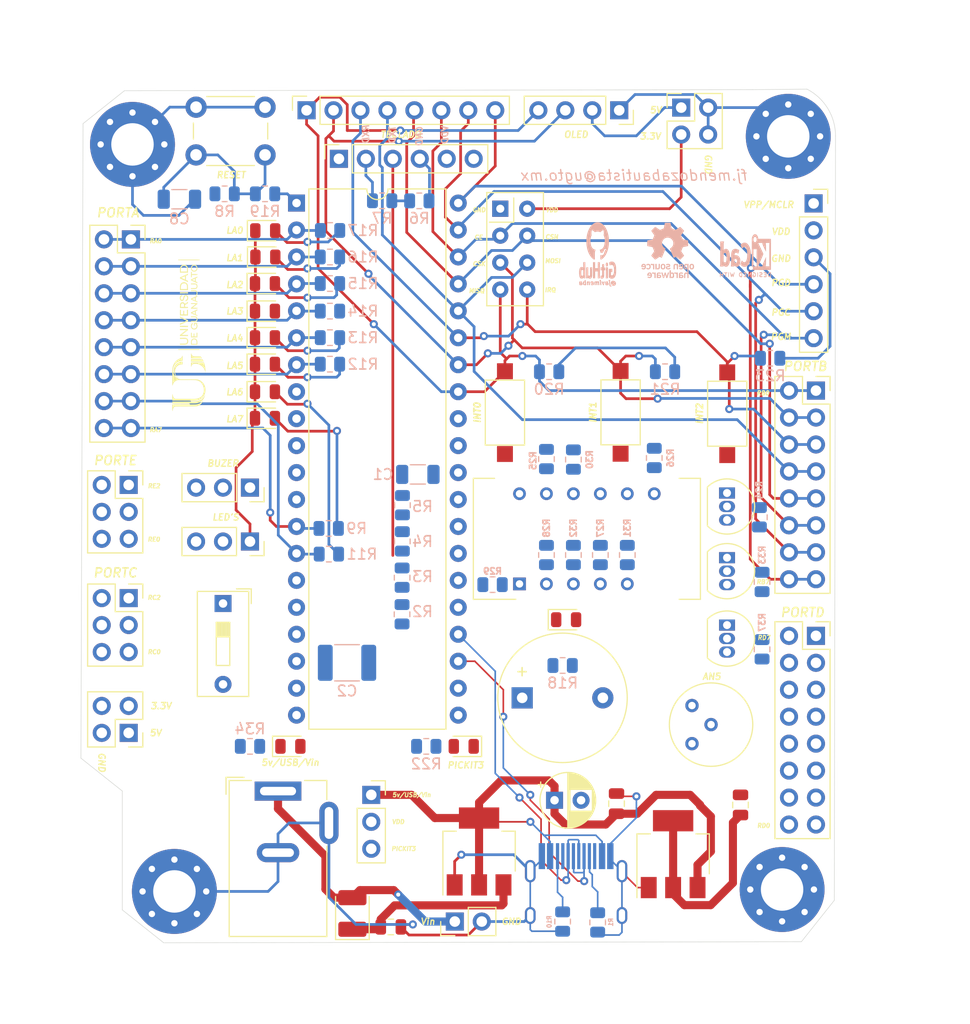
<source format=kicad_pcb>
(kicad_pcb (version 20171130) (host pcbnew 5.1.10)
  (title_block (title Japic) (company "Universidad de Guanajuato"))
  (layers (0 F.Cu signal) (31 B.Cu signal) (34 B.Paste user) (35 F.Paste user) (36 B.SilkS user) (37 F.SilkS user) (38 B.Mask user) (39 F.Mask user) (44 Edge.Cuts user))
  (net 0 "")
  (net 1 GND)
  (net 2 "Net-(C1-Pad1)")
  (net 3 /3V3)
  (net 4 /RB0)
  (net 5 /RB1)
  (net 6 /RB2)
  (net 7 /RA7)
  (net 8 /RA6)
  (net 9 /RA5)
  (net 10 /RA4)
  (net 11 /RA3)
  (net 12 /RA2)
  (net 13 /RA1)
  (net 14 /RA0)
  (net 15 /RB7)
  (net 16 /RB6)
  (net 17 /RB5)
  (net 18 /RB4)
  (net 19 /RB3)
  (net 20 /RC7)
  (net 21 /RD7)
  (net 22 /RD6)
  (net 23 /RD5)
  (net 24 /RD4)
  (net 25 /RD3)
  (net 26 /RD2)
  (net 27 /RD1)
  (net 28 /RD0)
  (net 29 /RC2)
  (net 30 /RC1)
  (net 31 /RC0)
  (net 32 /MCLR)
  (net 33 /RE1)
  (net 34 /RE2)
  (net 35 /RE0)
  (net 36 /RC6)
  (net 37 "Net-(U1-Pad32)")
  (net 38 /RC5)
  (net 39 /RC4)
  (net 40 "Net-(BZ1-Pad1)")
  (net 41 3.3v)
  (net 42 "Net-(C8-Pad1)")
  (net 43 "Net-(C9-Pad1)")
  (net 44 "Net-(D1-Pad1)")
  (net 45 "Net-(D4-Pad2)")
  (net 46 /GND1)
  (net 47 "Net-(D5-Pad2)")
  (net 48 "Net-(D6-Pad2)")
  (net 49 "Net-(D7-Pad2)")
  (net 50 "Net-(D8-Pad2)")
  (net 51 "Net-(D9-Pad2)")
  (net 52 "Net-(D10-Pad2)")
  (net 53 "Net-(D11-Pad2)")
  (net 54 "Net-(D12-Pad2)")
  (net 55 "Net-(D13-Pad2)")
  (net 56 /Vin)
  (net 57 VDD)
  (net 58 "Net-(J8-Pad6)")
  (net 59 /TX)
  (net 60 "Net-(J8-Pad1)")
  (net 61 VPICKIT3)
  (net 62 5V)
  (net 63 "Net-(J20-Pad3)")
  (net 64 "Net-(J21-Pad3)")
  (net 65 /DIG1)
  (net 66 /DIG2)
  (net 67 /DIG3)
  (net 68 "Net-(R1-Pad2)")
  (net 69 "Net-(R2-Pad2)")
  (net 70 "Net-(R3-Pad2)")
  (net 71 "Net-(R4-Pad2)")
  (net 72 "Net-(R10-Pad2)")
  (net 73 "Net-(R25-Pad1)")
  (net 74 "Net-(R26-Pad1)")
  (net 75 "Net-(R27-Pad1)")
  (net 76 "Net-(R28-Pad1)")
  (net 77 "Net-(R29-Pad1)")
  (net 78 "Net-(R30-Pad1)")
  (net 79 "Net-(R31-Pad1)")
  (net 80 "Net-(R32-Pad1)")
  (net 81 "Net-(RV1-Pad2)")
  (net 82 "Net-(USB1-Pad3)")
  (net 83 "Net-(USB1-Pad9)")
  (net 84 "Net-(DIG1-Pad2)")
  (net 85 "Net-(DIG2-Pad2)")
  (net 86 "Net-(DIG3-Pad2)")
  (module FIMEE:github (layer B.Cu) (at 85.598 35.052 180)
    (fp_text reference G1 hide)
    (fp_text value LOGO hide)
  )
  (module FIMEE:open_hardware (layer B.Cu) (at 92.202 35.052 180)
    (fp_text reference G2 hide)
    (fp_text value LOGO hide)
  )
  (module FIMEE:kicad_logo (layer B.Cu) (at 99.568 35.56 180)
    (fp_text reference G3 hide)
    (fp_text value LOGO hide)
  )
  (module FIMEE:usb_logo (layer F.Cu) (at 83.42 95.18 90)
    (fp_text reference G6 hide)
    (fp_text value LOGO hide)
  )
  (module FIMEE:abeja_sf (layer F.Cu) (at 91.9 36.69)
    (fp_text reference G4 hide)
    (fp_text value LOGO hide)
  )
  (module FIMEE:fimee (layer F.Cu) (at 46.98 43.05 90)
    (fp_text reference G5 hide)
    (fp_text value LOGO hide)
  )
  (module RF_Module:nRF24L01_Breakout (layer F.Cu) (at 76.42 31.12)
    (fp_text reference U3 hide)
    (fp_text value NRF24L01_Breakout)
    (pad 8 thru_hole circle (at 2.54 7.62) (size 1.524 1.524) (drill 0.762) (layers *.Cu *.Mask) (net 6 /RB2))
    (pad 7 thru_hole circle (at 0 7.62) (size 1.524 1.524) (drill 0.762) (layers *.Cu *.Mask) (net 4 /RB0))
    (pad 6 thru_hole circle (at 2.54 5.08) (size 1.524 1.524) (drill 0.762) (layers *.Cu *.Mask) (net 19 /RB3))
    (pad 5 thru_hole circle (at 0 5.08) (size 1.524 1.524) (drill 0.762) (layers *.Cu *.Mask) (net 5 /RB1))
    (pad 4 thru_hole circle (at 2.54 2.54) (size 1.524 1.524) (drill 0.762) (layers *.Cu *.Mask) (net 18 /RB4))
    (pad 3 thru_hole circle (at 0 2.54) (size 1.524 1.524) (drill 0.762) (layers *.Cu *.Mask) (net 17 /RB5))
    (pad 2 thru_hole circle (at 2.54 0) (size 1.524 1.524) (drill 0.762) (layers *.Cu *.Mask) (net 41 3.3v))
    (pad 1 thru_hole rect (at 0 0) (size 1.524 1.524) (drill 0.762) (layers *.Cu *.Mask) (net 1 GND))
  )
  (module TypeC:HRO-TYPE-C-31-M-12-HandSoldering (layer B.Cu) (at 83.566 100.33 180)
    (fp_text reference USB1 hide)
    (fp_text value HRO-TYPE-C-31-M-12)
    (pad 12 smd rect (at 3.225 8.195 180) (size 0.6 2.45) (layers B.Cu B.Paste B.Mask) (net 1 GND))
    (pad 1 smd rect (at -3.225 8.195 180) (size 0.6 2.45) (layers B.Cu B.Paste B.Mask) (net 1 GND))
    (pad 11 smd rect (at 2.45 8.195 180) (size 0.6 2.45) (layers B.Cu B.Paste B.Mask) (net 62 5V))
    (pad 2 smd rect (at -2.45 8.195 180) (size 0.6 2.45) (layers B.Cu B.Paste B.Mask) (net 62 5V))
    (pad 3 smd rect (at -1.75 8.195 180) (size 0.3 2.45) (layers B.Cu B.Paste B.Mask) (net 82 "Net-(USB1-Pad3)"))
    (pad 10 smd rect (at 1.75 8.195 180) (size 0.3 2.45) (layers B.Cu B.Paste B.Mask) (net 72 "Net-(R10-Pad2)"))
    (pad 4 smd rect (at -1.25 8.195 180) (size 0.3 2.45) (layers B.Cu B.Paste B.Mask) (net 68 "Net-(R1-Pad2)"))
    (pad 9 smd rect (at 1.25 8.195 180) (size 0.3 2.45) (layers B.Cu B.Paste B.Mask) (net 83 "Net-(USB1-Pad9)"))
    (pad 5 smd rect (at -0.75 8.195 180) (size 0.3 2.45) (layers B.Cu B.Paste B.Mask) (net 39 /RC4))
    (pad 8 smd rect (at 0.75 8.195 180) (size 0.3 2.45) (layers B.Cu B.Paste B.Mask) (net 38 /RC5))
    (pad 7 smd rect (at 0.25 8.195 180) (size 0.3 2.45) (layers B.Cu B.Paste B.Mask) (net 39 /RC4))
    (pad 6 smd rect (at -0.25 8.195 180) (size 0.3 2.45) (layers B.Cu B.Paste B.Mask) (net 38 /RC5))
    (pad "" np_thru_hole circle (at 2.89 6.25 180) (size 0.65 0.65) (drill 0.65) (layers *.Cu *.Mask))
    (pad "" np_thru_hole circle (at -2.89 6.25 180) (size 0.65 0.65) (drill 0.65) (layers *.Cu *.Mask))
    (pad 13 thru_hole oval (at -4.32 6.78 180) (size 1 2.1) (drill oval 0.6 1.7) (layers *.Cu F.Mask) (net 1 GND))
    (pad 13 thru_hole oval (at 4.32 6.78 180) (size 1 2.1) (drill oval 0.6 1.7) (layers *.Cu F.Mask) (net 1 GND))
    (pad 13 thru_hole oval (at -4.32 2.6 180) (size 1 1.6) (drill oval 0.6 1.2) (layers *.Cu F.Mask) (net 1 GND))
    (pad 13 thru_hole oval (at 4.32 2.6 180) (size 1 1.6) (drill oval 0.6 1.2) (layers *.Cu F.Mask) (net 1 GND))
  )
  (module Package_TO_SOT_SMD:SOT-223-3_TabPin2 (layer F.Cu) (at 92.71 91.948 90)
    (fp_text reference U5 hide)
    (fp_text value AMS1117-3.3)
    (pad 1 smd rect (at -3.15 -2.3 90) (size 2 1.5) (layers F.Cu F.Paste F.Mask) (net 1 GND))
    (pad 3 smd rect (at -3.15 2.3 90) (size 2 1.5) (layers F.Cu F.Paste F.Mask) (net 62 5V))
    (pad 2 smd rect (at -3.15 0 90) (size 2 1.5) (layers F.Cu F.Paste F.Mask) (net 41 3.3v))
    (pad 2 smd rect (at 3.15 0 90) (size 2 3.8) (layers F.Cu F.Paste F.Mask) (net 41 3.3v))
  )
  (module Package_TO_SOT_SMD:SOT-223-3_TabPin2 (layer F.Cu) (at 74.422 91.694 90)
    (fp_text reference U4 hide)
    (fp_text value AMS1117-5.0)
    (pad 1 smd rect (at -3.15 -2.3 90) (size 2 1.5) (layers F.Cu F.Paste F.Mask) (net 1 GND))
    (pad 3 smd rect (at -3.15 2.3 90) (size 2 1.5) (layers F.Cu F.Paste F.Mask) (net 43 "Net-(C9-Pad1)"))
    (pad 2 smd rect (at -3.15 0 90) (size 2 1.5) (layers F.Cu F.Paste F.Mask) (net 62 5V))
    (pad 2 smd rect (at 3.15 0 90) (size 2 3.8) (layers F.Cu F.Paste F.Mask) (net 62 5V))
  )
  (module Javi-7SegDisplays:3x7SEGMENT-04x08-Red (layer F.Cu) (at 84.582 62.23)
    (fp_text reference U2 hide)
    (fp_text value 3x7Segment)
    (pad 12 thru_hole circle (at -6.35 -4.25) (size 1.2 1.2) (drill 0.7) (layers *.Cu *.Mask) (net 65 /DIG1))
    (pad 11 thru_hole circle (at -3.81 -4.25) (size 1.2 1.2) (drill 0.7) (layers *.Cu *.Mask) (net 73 "Net-(R25-Pad1)"))
    (pad 10 thru_hole circle (at -1.27 -4.25) (size 1.2 1.2) (drill 0.7) (layers *.Cu *.Mask) (net 78 "Net-(R30-Pad1)"))
    (pad 9 thru_hole circle (at 1.27 -4.25) (size 1.2 1.2) (drill 0.7) (layers *.Cu *.Mask) (net 66 /DIG2))
    (pad 8 thru_hole circle (at 3.81 -4.25) (size 1.2 1.2) (drill 0.7) (layers *.Cu *.Mask) (net 67 /DIG3))
    (pad 7 thru_hole circle (at 6.35 -4.25) (size 1.2 1.2) (drill 0.7) (layers *.Cu *.Mask) (net 74 "Net-(R26-Pad1)"))
    (pad 5 thru_hole circle (at 3.81 4.25) (size 1.2 1.2) (drill 0.7) (layers *.Cu *.Mask) (net 79 "Net-(R31-Pad1)"))
    (pad 4 thru_hole circle (at 1.27 4.25) (size 1.2 1.2) (drill 0.7) (layers *.Cu *.Mask) (net 75 "Net-(R27-Pad1)"))
    (pad 3 thru_hole circle (at -1.27 4.25) (size 1.2 1.2) (drill 0.7) (layers *.Cu *.Mask) (net 80 "Net-(R32-Pad1)"))
    (pad 2 thru_hole circle (at -3.81 4.25) (size 1.2 1.2) (drill 0.7) (layers *.Cu *.Mask) (net 76 "Net-(R28-Pad1)"))
    (pad 1 thru_hole rect (at -6.35 4.25) (size 1.2 1.2) (drill 0.7) (layers *.Cu *.Mask) (net 77 "Net-(R29-Pad1)"))
  )
  (module Package_DIP:DIP-40_W15.24mm (layer F.Cu) (at 57.22 30.586)
    (fp_text reference U1 hide)
    (fp_text value PIC18F45K50)
    (pad 40 thru_hole oval (at 15.24 0) (size 1.6 1.6) (drill 0.8) (layers *.Cu *.Mask) (net 15 /RB7))
    (pad 20 thru_hole oval (at 0 48.26) (size 1.6 1.6) (drill 0.8) (layers *.Cu *.Mask) (net 27 /RD1))
    (pad 39 thru_hole oval (at 15.24 2.54) (size 1.6 1.6) (drill 0.8) (layers *.Cu *.Mask) (net 16 /RB6))
    (pad 19 thru_hole oval (at 0 45.72) (size 1.6 1.6) (drill 0.8) (layers *.Cu *.Mask) (net 28 /RD0))
    (pad 38 thru_hole oval (at 15.24 5.08) (size 1.6 1.6) (drill 0.8) (layers *.Cu *.Mask) (net 17 /RB5))
    (pad 18 thru_hole oval (at 0 43.18) (size 1.6 1.6) (drill 0.8) (layers *.Cu *.Mask) (net 3 /3V3))
    (pad 37 thru_hole oval (at 15.24 7.62) (size 1.6 1.6) (drill 0.8) (layers *.Cu *.Mask) (net 18 /RB4))
    (pad 17 thru_hole oval (at 0 40.64) (size 1.6 1.6) (drill 0.8) (layers *.Cu *.Mask) (net 29 /RC2))
    (pad 36 thru_hole oval (at 15.24 10.16) (size 1.6 1.6) (drill 0.8) (layers *.Cu *.Mask) (net 19 /RB3))
    (pad 16 thru_hole oval (at 0 38.1) (size 1.6 1.6) (drill 0.8) (layers *.Cu *.Mask) (net 30 /RC1))
    (pad 35 thru_hole oval (at 15.24 12.7) (size 1.6 1.6) (drill 0.8) (layers *.Cu *.Mask) (net 6 /RB2))
    (pad 15 thru_hole oval (at 0 35.56) (size 1.6 1.6) (drill 0.8) (layers *.Cu *.Mask) (net 31 /RC0))
    (pad 34 thru_hole oval (at 15.24 15.24) (size 1.6 1.6) (drill 0.8) (layers *.Cu *.Mask) (net 5 /RB1))
    (pad 14 thru_hole oval (at 0 33.02) (size 1.6 1.6) (drill 0.8) (layers *.Cu *.Mask) (net 8 /RA6))
    (pad 33 thru_hole oval (at 15.24 17.78) (size 1.6 1.6) (drill 0.8) (layers *.Cu *.Mask) (net 4 /RB0))
    (pad 13 thru_hole oval (at 0 30.48) (size 1.6 1.6) (drill 0.8) (layers *.Cu *.Mask) (net 7 /RA7))
    (pad 32 thru_hole oval (at 15.24 20.32) (size 1.6 1.6) (drill 0.8) (layers *.Cu *.Mask) (net 37 "Net-(U1-Pad32)"))
    (pad 12 thru_hole oval (at 0 27.94) (size 1.6 1.6) (drill 0.8) (layers *.Cu *.Mask) (net 1 GND))
    (pad 31 thru_hole oval (at 15.24 22.86) (size 1.6 1.6) (drill 0.8) (layers *.Cu *.Mask) (net 1 GND))
    (pad 11 thru_hole oval (at 0 25.4) (size 1.6 1.6) (drill 0.8) (layers *.Cu *.Mask) (net 2 "Net-(C1-Pad1)"))
    (pad 30 thru_hole oval (at 15.24 25.4) (size 1.6 1.6) (drill 0.8) (layers *.Cu *.Mask) (net 21 /RD7))
    (pad 10 thru_hole oval (at 0 22.86) (size 1.6 1.6) (drill 0.8) (layers *.Cu *.Mask) (net 34 /RE2))
    (pad 29 thru_hole oval (at 15.24 27.94) (size 1.6 1.6) (drill 0.8) (layers *.Cu *.Mask) (net 22 /RD6))
    (pad 9 thru_hole oval (at 0 20.32) (size 1.6 1.6) (drill 0.8) (layers *.Cu *.Mask) (net 33 /RE1))
    (pad 28 thru_hole oval (at 15.24 30.48) (size 1.6 1.6) (drill 0.8) (layers *.Cu *.Mask) (net 23 /RD5))
    (pad 8 thru_hole oval (at 0 17.78) (size 1.6 1.6) (drill 0.8) (layers *.Cu *.Mask) (net 35 /RE0))
    (pad 27 thru_hole oval (at 15.24 33.02) (size 1.6 1.6) (drill 0.8) (layers *.Cu *.Mask) (net 24 /RD4))
    (pad 7 thru_hole oval (at 0 15.24) (size 1.6 1.6) (drill 0.8) (layers *.Cu *.Mask) (net 9 /RA5))
    (pad 26 thru_hole oval (at 15.24 35.56) (size 1.6 1.6) (drill 0.8) (layers *.Cu *.Mask) (net 20 /RC7))
    (pad 6 thru_hole oval (at 0 12.7) (size 1.6 1.6) (drill 0.8) (layers *.Cu *.Mask) (net 10 /RA4))
    (pad 25 thru_hole oval (at 15.24 38.1) (size 1.6 1.6) (drill 0.8) (layers *.Cu *.Mask) (net 36 /RC6))
    (pad 5 thru_hole oval (at 0 10.16) (size 1.6 1.6) (drill 0.8) (layers *.Cu *.Mask) (net 11 /RA3))
    (pad 24 thru_hole oval (at 15.24 40.64) (size 1.6 1.6) (drill 0.8) (layers *.Cu *.Mask) (net 38 /RC5))
    (pad 4 thru_hole oval (at 0 7.62) (size 1.6 1.6) (drill 0.8) (layers *.Cu *.Mask) (net 12 /RA2))
    (pad 23 thru_hole oval (at 15.24 43.18) (size 1.6 1.6) (drill 0.8) (layers *.Cu *.Mask) (net 39 /RC4))
    (pad 3 thru_hole oval (at 0 5.08) (size 1.6 1.6) (drill 0.8) (layers *.Cu *.Mask) (net 13 /RA1))
    (pad 22 thru_hole oval (at 15.24 45.72) (size 1.6 1.6) (drill 0.8) (layers *.Cu *.Mask) (net 25 /RD3))
    (pad 2 thru_hole oval (at 0 2.54) (size 1.6 1.6) (drill 0.8) (layers *.Cu *.Mask) (net 14 /RA0))
    (pad 21 thru_hole oval (at 15.24 48.26) (size 1.6 1.6) (drill 0.8) (layers *.Cu *.Mask) (net 26 /RD2))
    (pad 1 thru_hole rect (at 0 0) (size 1.6 1.6) (drill 0.8) (layers *.Cu *.Mask) (net 32 /MCLR))
  )
  (module Button_Switch_THT:SW_DIP_SPSTx01_Slide_9.78x4.72mm_W7.62mm_P2.54mm (layer F.Cu) (at 50.292 68.326 270)
    (fp_text reference SW2 hide)
    (fp_text value SW_DIP_x01)
    (pad 2 thru_hole oval (at 7.62 0 270) (size 1.6 1.6) (drill 0.8) (layers *.Cu *.Mask) (net 35 /RE0))
    (pad 1 thru_hole rect (at 0 0 270) (size 1.6 1.6) (drill 0.8) (layers *.Cu *.Mask) (net 81 "Net-(RV1-Pad2)"))
  )
  (module Button_Switch_THT:SW_PUSH_6mm (layer F.Cu) (at 47.752 21.55)
    (fp_text reference SW1 hide)
    (fp_text value SW_Push)
    (pad 1 thru_hole circle (at 6.5 0 90) (size 2 2) (drill 1.1) (layers *.Cu *.Mask) (net 1 GND))
    (pad 2 thru_hole circle (at 6.5 4.5 90) (size 2 2) (drill 1.1) (layers *.Cu *.Mask) (net 42 "Net-(C8-Pad1)"))
    (pad 1 thru_hole circle (at 0 0 90) (size 2 2) (drill 1.1) (layers *.Cu *.Mask) (net 1 GND))
    (pad 2 thru_hole circle (at 0 4.5 90) (size 2 2) (drill 1.1) (layers *.Cu *.Mask) (net 42 "Net-(C8-Pad1)"))
  )
  (module Potentiometer_THT:Potentiometer_Bourns_3339H_Vertical (layer F.Cu) (at 94.488 81.534)
    (fp_text reference RV1 hide)
    (fp_text value R_POT_TRIM)
    (pad 1 thru_hole circle (at 0 0) (size 1.26 1.26) (drill 0.7) (layers *.Cu *.Mask) (net 57 VDD))
    (pad 2 thru_hole circle (at 1.796051 -1.796051) (size 1.26 1.26) (drill 0.7) (layers *.Cu *.Mask) (net 81 "Net-(RV1-Pad2)"))
    (pad 3 thru_hole circle (at 0 -3.592102) (size 1.26 1.26) (drill 0.7) (layers *.Cu *.Mask) (net 1 GND))
  )
  (module Resistor_SMD:R_0805_2012Metric (layer B.Cu) (at 101.092 72.644 270)
    (fp_text reference R37 (at -2.54 0 90) (layer B.SilkS) (effects (font (size 0.6 0.6)) (justify mirror)))
    (fp_text value 10K)
    (pad 2 smd roundrect (at 0.9125 0 270) (size 1.025 1.4) (layers B.Cu B.Paste B.Mask) (roundrect_rratio 0.243902) (net 34 /RE2))
    (pad 1 smd roundrect (at -0.9125 0 270) (size 1.025 1.4) (layers B.Cu B.Paste B.Mask) (roundrect_rratio 0.243902) (net 86 "Net-(DIG3-Pad2)"))
  )
  (module Resistor_SMD:R_0805_2012Metric (layer B.Cu) (at 52.832 81.788 180)
    (fp_text reference R34 (at 0 1.65) (layer B.SilkS) (effects (justify mirror)))
    (fp_text value 470)
    (pad 2 smd roundrect (at 0.9125 0 180) (size 1.025 1.4) (layers B.Cu B.Paste B.Mask) (roundrect_rratio 0.243902) (net 1 GND))
    (pad 1 smd roundrect (at -0.9125 0 180) (size 1.025 1.4) (layers B.Cu B.Paste B.Mask) (roundrect_rratio 0.243902) (net 44 "Net-(D1-Pad1)"))
  )
  (module Resistor_SMD:R_0805_2012Metric (layer B.Cu) (at 101.092 66.294 270)
    (fp_text reference R33 (at -2.54 0 90) (layer B.SilkS) (effects (font (size 0.6 0.6)) (justify mirror)))
    (fp_text value 10K)
    (pad 2 smd roundrect (at 0.9125 0 270) (size 1.025 1.4) (layers B.Cu B.Paste B.Mask) (roundrect_rratio 0.243902) (net 33 /RE1))
    (pad 1 smd roundrect (at -0.9125 0 270) (size 1.025 1.4) (layers B.Cu B.Paste B.Mask) (roundrect_rratio 0.243902) (net 85 "Net-(DIG2-Pad2)"))
  )
  (module Resistor_SMD:R_0805_2012Metric (layer B.Cu) (at 83.312 63.754 90)
    (fp_text reference R32 (at 2.54 0 90) (layer B.SilkS) (effects (font (size 0.6 0.6)) (justify mirror)))
    (fp_text value 1K)
    (pad 2 smd roundrect (at 0.9125 0 90) (size 1.025 1.4) (layers B.Cu B.Paste B.Mask) (roundrect_rratio 0.243902) (net 21 /RD7))
    (pad 1 smd roundrect (at -0.9125 0 90) (size 1.025 1.4) (layers B.Cu B.Paste B.Mask) (roundrect_rratio 0.243902) (net 80 "Net-(R32-Pad1)"))
  )
  (module Resistor_SMD:R_0805_2012Metric (layer B.Cu) (at 88.392 63.754 90)
    (fp_text reference R31 (at 2.54 0 90) (layer B.SilkS) (effects (font (size 0.6 0.6)) (justify mirror)))
    (fp_text value 1K)
    (pad 2 smd roundrect (at 0.9125 0 90) (size 1.025 1.4) (layers B.Cu B.Paste B.Mask) (roundrect_rratio 0.243902) (net 28 /RD0))
    (pad 1 smd roundrect (at -0.9125 0 90) (size 1.025 1.4) (layers B.Cu B.Paste B.Mask) (roundrect_rratio 0.243902) (net 79 "Net-(R31-Pad1)"))
  )
  (module Resistor_SMD:R_0805_2012Metric (layer B.Cu) (at 83.312 54.7605 90)
    (fp_text reference R30 (at 0 1.524 90) (layer B.SilkS) (effects (font (size 0.6 0.6)) (justify mirror)))
    (fp_text value 1K)
    (pad 2 smd roundrect (at 0.9125 0 90) (size 1.025 1.4) (layers B.Cu B.Paste B.Mask) (roundrect_rratio 0.243902) (net 27 /RD1))
    (pad 1 smd roundrect (at -0.9125 0 90) (size 1.025 1.4) (layers B.Cu B.Paste B.Mask) (roundrect_rratio 0.243902) (net 78 "Net-(R30-Pad1)"))
  )
  (module Resistor_SMD:R_0805_2012Metric (layer B.Cu) (at 75.692 66.548 180)
    (fp_text reference R29 (at 0 1.27) (layer B.SilkS) (effects (font (size 0.6 0.6)) (justify mirror)))
    (fp_text value 1K)
    (pad 2 smd roundrect (at 0.9125 0 180) (size 1.025 1.4) (layers B.Cu B.Paste B.Mask) (roundrect_rratio 0.243902) (net 26 /RD2))
    (pad 1 smd roundrect (at -0.9125 0 180) (size 1.025 1.4) (layers B.Cu B.Paste B.Mask) (roundrect_rratio 0.243902) (net 77 "Net-(R29-Pad1)"))
  )
  (module Resistor_SMD:R_0805_2012Metric (layer B.Cu) (at 80.772 63.754 90)
    (fp_text reference R28 (at 2.54 0 90) (layer B.SilkS) (effects (font (size 0.6 0.6)) (justify mirror)))
    (fp_text value 1K)
    (pad 2 smd roundrect (at 0.9125 0 90) (size 1.025 1.4) (layers B.Cu B.Paste B.Mask) (roundrect_rratio 0.243902) (net 25 /RD3))
    (pad 1 smd roundrect (at -0.9125 0 90) (size 1.025 1.4) (layers B.Cu B.Paste B.Mask) (roundrect_rratio 0.243902) (net 76 "Net-(R28-Pad1)"))
  )
  (module Resistor_SMD:R_0805_2012Metric (layer B.Cu) (at 85.852 63.754 90)
    (fp_text reference R27 (at 2.54 0 90) (layer B.SilkS) (effects (font (size 0.6 0.6)) (justify mirror)))
    (fp_text value 1K)
    (pad 2 smd roundrect (at 0.9125 0 90) (size 1.025 1.4) (layers B.Cu B.Paste B.Mask) (roundrect_rratio 0.243902) (net 24 /RD4))
    (pad 1 smd roundrect (at -0.9125 0 90) (size 1.025 1.4) (layers B.Cu B.Paste B.Mask) (roundrect_rratio 0.243902) (net 75 "Net-(R27-Pad1)"))
  )
  (module Resistor_SMD:R_0805_2012Metric (layer B.Cu) (at 90.932 54.61 90)
    (fp_text reference R26 (at 0 1.524 90) (layer B.SilkS) (effects (font (size 0.6 0.6)) (justify mirror)))
    (fp_text value 1K)
    (pad 2 smd roundrect (at 0.9125 0 90) (size 1.025 1.4) (layers B.Cu B.Paste B.Mask) (roundrect_rratio 0.243902) (net 23 /RD5))
    (pad 1 smd roundrect (at -0.9125 0 90) (size 1.025 1.4) (layers B.Cu B.Paste B.Mask) (roundrect_rratio 0.243902) (net 74 "Net-(R26-Pad1)"))
  )
  (module Resistor_SMD:R_0805_2012Metric (layer B.Cu) (at 80.772 54.7135 90)
    (fp_text reference R25 (at -0.1505 -1.27 90) (layer B.SilkS) (effects (font (size 0.6 0.6)) (justify mirror)))
    (fp_text value 1K)
    (pad 2 smd roundrect (at 0.9125 0 90) (size 1.025 1.4) (layers B.Cu B.Paste B.Mask) (roundrect_rratio 0.243902) (net 22 /RD6))
    (pad 1 smd roundrect (at -0.9125 0 90) (size 1.025 1.4) (layers B.Cu B.Paste B.Mask) (roundrect_rratio 0.243902) (net 73 "Net-(R25-Pad1)"))
  )
  (module Resistor_SMD:R_0805_2012Metric (layer B.Cu) (at 100.838 60.198 270)
    (fp_text reference R24 (at -2.54 0 90) (layer B.SilkS) (effects (font (size 0.6 0.6)) (justify mirror)))
    (fp_text value 10K)
    (pad 2 smd roundrect (at 0.9125 0 270) (size 1.025 1.4) (layers B.Cu B.Paste B.Mask) (roundrect_rratio 0.243902) (net 35 /RE0))
    (pad 1 smd roundrect (at -0.9125 0 270) (size 1.025 1.4) (layers B.Cu B.Paste B.Mask) (roundrect_rratio 0.243902) (net 84 "Net-(DIG1-Pad2)"))
  )
  (module Resistor_SMD:R_0805_2012Metric (layer B.Cu) (at 101.854 45.212)
    (fp_text reference R23 (at 0 1.65) (layer B.SilkS) (effects (justify mirror)))
    (fp_text value 10k)
    (pad 2 smd roundrect (at 0.9125 0) (size 1.025 1.4) (layers B.Cu B.Paste B.Mask) (roundrect_rratio 0.243902) (net 1 GND))
    (pad 1 smd roundrect (at -0.9125 0) (size 1.025 1.4) (layers B.Cu B.Paste B.Mask) (roundrect_rratio 0.243902) (net 6 /RB2))
  )
  (module Resistor_SMD:R_0805_2012Metric (layer B.Cu) (at 69.4455 81.788)
    (fp_text reference R22 (at 0 1.65) (layer B.SilkS) (effects (justify mirror)))
    (fp_text value 220)
    (pad 2 smd roundrect (at 0.9125 0) (size 1.025 1.4) (layers B.Cu B.Paste B.Mask) (roundrect_rratio 0.243902) (net 55 "Net-(D13-Pad2)"))
    (pad 1 smd roundrect (at -0.9125 0) (size 1.025 1.4) (layers B.Cu B.Paste B.Mask) (roundrect_rratio 0.243902) (net 61 VPICKIT3))
  )
  (module Resistor_SMD:R_0805_2012Metric (layer B.Cu) (at 91.948 46.482)
    (fp_text reference R21 (at 0 1.65) (layer B.SilkS) (effects (justify mirror)))
    (fp_text value 10k)
    (pad 2 smd roundrect (at 0.9125 0) (size 1.025 1.4) (layers B.Cu B.Paste B.Mask) (roundrect_rratio 0.243902) (net 1 GND))
    (pad 1 smd roundrect (at -0.9125 0) (size 1.025 1.4) (layers B.Cu B.Paste B.Mask) (roundrect_rratio 0.243902) (net 5 /RB1))
  )
  (module Resistor_SMD:R_0805_2012Metric (layer B.Cu) (at 81.026 46.482)
    (fp_text reference R20 (at 0 1.65) (layer B.SilkS) (effects (justify mirror)))
    (fp_text value 10k)
    (pad 2 smd roundrect (at 0.9125 0) (size 1.025 1.4) (layers B.Cu B.Paste B.Mask) (roundrect_rratio 0.243902) (net 1 GND))
    (pad 1 smd roundrect (at -0.9125 0) (size 1.025 1.4) (layers B.Cu B.Paste B.Mask) (roundrect_rratio 0.243902) (net 4 /RB0))
  )
  (module Resistor_SMD:R_0805_2012Metric (layer B.Cu) (at 54.2525 29.718)
    (fp_text reference R19 (at 0 1.65) (layer B.SilkS) (effects (justify mirror)))
    (fp_text value 470)
    (pad 2 smd roundrect (at 0.9125 0) (size 1.025 1.4) (layers B.Cu B.Paste B.Mask) (roundrect_rratio 0.243902) (net 32 /MCLR))
    (pad 1 smd roundrect (at -0.9125 0) (size 1.025 1.4) (layers B.Cu B.Paste B.Mask) (roundrect_rratio 0.243902) (net 42 "Net-(C8-Pad1)"))
  )
  (module Resistor_SMD:R_0805_2012Metric (layer B.Cu) (at 82.296 74.168)
    (fp_text reference R18 (at 0 1.65) (layer B.SilkS) (effects (justify mirror)))
    (fp_text value 220)
    (pad 2 smd roundrect (at 0.9125 0) (size 1.025 1.4) (layers B.Cu B.Paste B.Mask) (roundrect_rratio 0.243902) (net 54 "Net-(D12-Pad2)"))
    (pad 1 smd roundrect (at -0.9125 0) (size 1.025 1.4) (layers B.Cu B.Paste B.Mask) (roundrect_rratio 0.243902) (net 33 /RE1))
  )
  (module Resistor_SMD:R_0805_2012Metric (layer B.Cu) (at 60.38 33.17)
    (fp_text reference R17 (at 3.1 0) (layer B.SilkS) (effects (justify mirror)))
    (fp_text value 220)
    (pad 2 smd roundrect (at 0.9125 0) (size 1.025 1.4) (layers B.Cu B.Paste B.Mask) (roundrect_rratio 0.243902) (net 53 "Net-(D11-Pad2)"))
    (pad 1 smd roundrect (at -0.9125 0) (size 1.025 1.4) (layers B.Cu B.Paste B.Mask) (roundrect_rratio 0.243902) (net 14 /RA0))
  )
  (module Resistor_SMD:R_0805_2012Metric (layer B.Cu) (at 60.3675 35.67)
    (fp_text reference R16 (at 3.1125 0) (layer B.SilkS) (effects (justify mirror)))
    (fp_text value 220)
    (pad 2 smd roundrect (at 0.9125 0) (size 1.025 1.4) (layers B.Cu B.Paste B.Mask) (roundrect_rratio 0.243902) (net 52 "Net-(D10-Pad2)"))
    (pad 1 smd roundrect (at -0.9125 0) (size 1.025 1.4) (layers B.Cu B.Paste B.Mask) (roundrect_rratio 0.243902) (net 13 /RA1))
  )
  (module Resistor_SMD:R_0805_2012Metric (layer B.Cu) (at 60.3675 38.17)
    (fp_text reference R15 (at 3.1125 0) (layer B.SilkS) (effects (justify mirror)))
    (fp_text value 220)
    (pad 2 smd roundrect (at 0.9125 0) (size 1.025 1.4) (layers B.Cu B.Paste B.Mask) (roundrect_rratio 0.243902) (net 51 "Net-(D9-Pad2)"))
    (pad 1 smd roundrect (at -0.9125 0) (size 1.025 1.4) (layers B.Cu B.Paste B.Mask) (roundrect_rratio 0.243902) (net 12 /RA2))
  )
  (module Resistor_SMD:R_0805_2012Metric (layer B.Cu) (at 60.3675 40.77)
    (fp_text reference R14 (at 3.1125 0) (layer B.SilkS) (effects (justify mirror)))
    (fp_text value 220)
    (pad 2 smd roundrect (at 0.9125 0) (size 1.025 1.4) (layers B.Cu B.Paste B.Mask) (roundrect_rratio 0.243902) (net 50 "Net-(D8-Pad2)"))
    (pad 1 smd roundrect (at -0.9125 0) (size 1.025 1.4) (layers B.Cu B.Paste B.Mask) (roundrect_rratio 0.243902) (net 11 /RA3))
  )
  (module Resistor_SMD:R_0805_2012Metric (layer B.Cu) (at 60.3675 43.27)
    (fp_text reference R13 (at 3.1125 0) (layer B.SilkS) (effects (justify mirror)))
    (fp_text value 220)
    (pad 2 smd roundrect (at 0.9125 0) (size 1.025 1.4) (layers B.Cu B.Paste B.Mask) (roundrect_rratio 0.243902) (net 49 "Net-(D7-Pad2)"))
    (pad 1 smd roundrect (at -0.9125 0) (size 1.025 1.4) (layers B.Cu B.Paste B.Mask) (roundrect_rratio 0.243902) (net 10 /RA4))
  )
  (module Resistor_SMD:R_0805_2012Metric (layer B.Cu) (at 60.3675 45.77)
    (fp_text reference R12 (at 3.1125 0) (layer B.SilkS) (effects (justify mirror)))
    (fp_text value 220)
    (pad 2 smd roundrect (at 0.9125 0) (size 1.025 1.4) (layers B.Cu B.Paste B.Mask) (roundrect_rratio 0.243902) (net 48 "Net-(D6-Pad2)"))
    (pad 1 smd roundrect (at -0.9125 0) (size 1.025 1.4) (layers B.Cu B.Paste B.Mask) (roundrect_rratio 0.243902) (net 9 /RA5))
  )
  (module Resistor_SMD:R_0805_2012Metric (layer B.Cu) (at 60.2675 63.67)
    (fp_text reference R11 (at 3.1125 0) (layer B.SilkS) (effects (justify mirror)))
    (fp_text value 220)
    (pad 2 smd roundrect (at 0.9125 0) (size 1.025 1.4) (layers B.Cu B.Paste B.Mask) (roundrect_rratio 0.243902) (net 47 "Net-(D5-Pad2)"))
    (pad 1 smd roundrect (at -0.9125 0) (size 1.025 1.4) (layers B.Cu B.Paste B.Mask) (roundrect_rratio 0.243902) (net 8 /RA6))
  )
  (module Resistor_SMD:R_0805_2012Metric (layer B.Cu) (at 82.296 98.298 90)
    (fp_text reference R10 (at -0.02 -1.26 270) (layer B.SilkS) (effects (font (size 0.4 0.4) (thickness 0.1)) (justify mirror)))
    (fp_text value 5.1k)
    (pad 2 smd roundrect (at 0.9125 0 90) (size 1.025 1.4) (layers B.Cu B.Paste B.Mask) (roundrect_rratio 0.243902) (net 72 "Net-(R10-Pad2)"))
    (pad 1 smd roundrect (at -0.9125 0 90) (size 1.025 1.4) (layers B.Cu B.Paste B.Mask) (roundrect_rratio 0.243902) (net 1 GND))
  )
  (module Resistor_SMD:R_0805_2012Metric (layer B.Cu) (at 60.25 61.25)
    (fp_text reference R9 (at 2.6325 0) (layer B.SilkS) (effects (justify mirror)))
    (fp_text value 220)
    (pad 2 smd roundrect (at 0.9125 0) (size 1.025 1.4) (layers B.Cu B.Paste B.Mask) (roundrect_rratio 0.243902) (net 45 "Net-(D4-Pad2)"))
    (pad 1 smd roundrect (at -0.9125 0) (size 1.025 1.4) (layers B.Cu B.Paste B.Mask) (roundrect_rratio 0.243902) (net 7 /RA7))
  )
  (module Resistor_SMD:R_0805_2012Metric (layer B.Cu) (at 50.4425 29.718)
    (fp_text reference R8 (at 0 1.65) (layer B.SilkS) (effects (justify mirror)))
    (fp_text value 10k)
    (pad 2 smd roundrect (at 0.9125 0) (size 1.025 1.4) (layers B.Cu B.Paste B.Mask) (roundrect_rratio 0.243902) (net 42 "Net-(C8-Pad1)"))
    (pad 1 smd roundrect (at -0.9125 0) (size 1.025 1.4) (layers B.Cu B.Paste B.Mask) (roundrect_rratio 0.243902) (net 57 VDD))
  )
  (module Resistor_SMD:R_0805_2012Metric (layer B.Cu) (at 65.2875 30.37)
    (fp_text reference R7 (at 0 1.65) (layer B.SilkS) (effects (justify mirror)))
    (fp_text value 1K)
    (pad 2 smd roundrect (at 0.9125 0) (size 1.025 1.4) (layers B.Cu B.Paste B.Mask) (roundrect_rratio 0.243902) (net 36 /RC6))
    (pad 1 smd roundrect (at -0.9125 0) (size 1.025 1.4) (layers B.Cu B.Paste B.Mask) (roundrect_rratio 0.243902) (net 59 /TX))
  )
  (module Resistor_SMD:R_0805_2012Metric (layer B.Cu) (at 68.79 30.38)
    (fp_text reference R6 (at 0 1.65) (layer B.SilkS) (effects (justify mirror)))
    (fp_text value 2K)
    (pad 2 smd roundrect (at 0.9125 0) (size 1.025 1.4) (layers B.Cu B.Paste B.Mask) (roundrect_rratio 0.243902) (net 1 GND))
    (pad 1 smd roundrect (at -0.9125 0) (size 1.025 1.4) (layers B.Cu B.Paste B.Mask) (roundrect_rratio 0.243902) (net 36 /RC6))
  )
  (module Resistor_SMD:R_0805_2012Metric (layer B.Cu) (at 67.2 59.06 90)
    (fp_text reference R5 (at -0.122 1.888 180) (layer B.SilkS) (effects (justify mirror)))
    (fp_text value 4.7)
    (pad 2 smd roundrect (at 0.9125 0 90) (size 1.025 1.4) (layers B.Cu B.Paste B.Mask) (roundrect_rratio 0.243902) (net 2 "Net-(C1-Pad1)"))
    (pad 1 smd roundrect (at -0.9125 0 90) (size 1.025 1.4) (layers B.Cu B.Paste B.Mask) (roundrect_rratio 0.243902) (net 71 "Net-(R4-Pad2)"))
  )
  (module Resistor_SMD:R_0805_2012Metric (layer B.Cu) (at 67.19 62.47 90)
    (fp_text reference R4 (at -0.014 1.898) (layer B.SilkS) (effects (justify mirror)))
    (fp_text value 4.7)
    (pad 2 smd roundrect (at 0.9125 0 90) (size 1.025 1.4) (layers B.Cu B.Paste B.Mask) (roundrect_rratio 0.243902) (net 71 "Net-(R4-Pad2)"))
    (pad 1 smd roundrect (at -0.9125 0 90) (size 1.025 1.4) (layers B.Cu B.Paste B.Mask) (roundrect_rratio 0.243902) (net 70 "Net-(R3-Pad2)"))
  )
  (module Resistor_SMD:R_0805_2012Metric (layer B.Cu) (at 67.17 65.89 90)
    (fp_text reference R3 (at 0.104 1.918) (layer B.SilkS) (effects (justify mirror)))
    (fp_text value 4.7)
    (pad 2 smd roundrect (at 0.9125 0 90) (size 1.025 1.4) (layers B.Cu B.Paste B.Mask) (roundrect_rratio 0.243902) (net 70 "Net-(R3-Pad2)"))
    (pad 1 smd roundrect (at -0.9125 0 90) (size 1.025 1.4) (layers B.Cu B.Paste B.Mask) (roundrect_rratio 0.243902) (net 69 "Net-(R2-Pad2)"))
  )
  (module Resistor_SMD:R_0805_2012Metric (layer B.Cu) (at 67.1625 69.34 90)
    (fp_text reference R2 (at 0.252 1.9255) (layer B.SilkS) (effects (justify mirror)))
    (fp_text value 4.7)
    (pad 2 smd roundrect (at 0.9125 0 90) (size 1.025 1.4) (layers B.Cu B.Paste B.Mask) (roundrect_rratio 0.243902) (net 69 "Net-(R2-Pad2)"))
    (pad 1 smd roundrect (at -0.9125 0 90) (size 1.025 1.4) (layers B.Cu B.Paste B.Mask) (roundrect_rratio 0.243902) (net 57 VDD))
  )
  (module Resistor_SMD:R_0805_2012Metric (layer B.Cu) (at 85.598 98.38 90)
    (fp_text reference R1 (at 0.02 1.24 90) (layer B.SilkS) (effects (font (size 0.4 0.4) (thickness 0.1)) (justify mirror)))
    (fp_text value 5.1k)
    (pad 2 smd roundrect (at 0.9125 0 90) (size 1.025 1.4) (layers B.Cu B.Paste B.Mask) (roundrect_rratio 0.243902) (net 68 "Net-(R1-Pad2)"))
    (pad 1 smd roundrect (at -0.9125 0 90) (size 1.025 1.4) (layers B.Cu B.Paste B.Mask) (roundrect_rratio 0.243902) (net 1 GND))
  )
  (module Connector_PinSocket_2.54mm:PinSocket_1x03_P2.54mm_Vertical (layer F.Cu) (at 52.832 57.404 270)
    (fp_text reference J21 hide)
    (fp_text value BUZZER)
    (pad 3 thru_hole oval (at 0 5.08 270) (size 1.7 1.7) (drill 1) (layers *.Cu *.Mask) (net 64 "Net-(J21-Pad3)"))
    (pad 2 thru_hole oval (at 0 2.54 270) (size 1.7 1.7) (drill 1) (layers *.Cu *.Mask) (net 40 "Net-(BZ1-Pad1)"))
    (pad 1 thru_hole rect (at 0 0 270) (size 1.7 1.7) (drill 1) (layers *.Cu *.Mask) (net 33 /RE1))
  )
  (module Connector_PinSocket_2.54mm:PinSocket_1x03_P2.54mm_Vertical (layer F.Cu) (at 52.832 62.484 270)
    (fp_text reference J20 hide)
    (fp_text value LED'S)
    (pad 3 thru_hole oval (at 0 5.08 270) (size 1.7 1.7) (drill 1) (layers *.Cu *.Mask) (net 63 "Net-(J20-Pad3)"))
    (pad 2 thru_hole oval (at 0 2.54 270) (size 1.7 1.7) (drill 1) (layers *.Cu *.Mask) (net 1 GND))
    (pad 1 thru_hole rect (at 0 0 270) (size 1.7 1.7) (drill 1) (layers *.Cu *.Mask) (net 46 /GND1))
  )
  (module Connector_PinSocket_2.54mm:PinSocket_1x03_P2.54mm_Vertical (layer F.Cu) (at 64.262 86.36)
    (fp_text reference J15 hide)
    (fp_text value CONTROL)
    (pad 3 thru_hole oval (at 0 5.08) (size 1.7 1.7) (drill 1) (layers *.Cu *.Mask) (net 61 VPICKIT3))
    (pad 2 thru_hole oval (at 0 2.54) (size 1.7 1.7) (drill 1) (layers *.Cu *.Mask) (net 57 VDD))
    (pad 1 thru_hole rect (at 0 0) (size 1.7 1.7) (drill 1) (layers *.Cu *.Mask) (net 62 5V))
  )
  (module Connector_PinSocket_2.54mm:PinSocket_1x06_P2.54mm_Vertical (layer F.Cu) (at 105.95 30.62)
    (fp_text reference J14 hide)
    (fp_text value PICKIT3)
    (pad 6 thru_hole oval (at 0 12.7) (size 1.7 1.7) (drill 1) (layers *.Cu *.Mask) (net 17 /RB5))
    (pad 5 thru_hole oval (at 0 10.16) (size 1.7 1.7) (drill 1) (layers *.Cu *.Mask) (net 16 /RB6))
    (pad 4 thru_hole oval (at 0 7.62) (size 1.7 1.7) (drill 1) (layers *.Cu *.Mask) (net 15 /RB7))
    (pad 3 thru_hole oval (at 0 5.08) (size 1.7 1.7) (drill 1) (layers *.Cu *.Mask) (net 1 GND))
    (pad 2 thru_hole oval (at 0 2.54) (size 1.7 1.7) (drill 1) (layers *.Cu *.Mask) (net 61 VPICKIT3))
    (pad 1 thru_hole rect (at 0 0) (size 1.7 1.7) (drill 1) (layers *.Cu *.Mask) (net 32 /MCLR))
  )
  (module Connector_PinSocket_2.54mm:PinSocket_2x02_P2.54mm_Vertical (layer F.Cu) (at 41.402 80.518 270)
    (fp_text reference J12 hide)
    (fp_text value 5v-3.3v)
    (pad 4 thru_hole oval (at -2.54 2.54 270) (size 1.7 1.7) (drill 1) (layers *.Cu *.Mask) (net 1 GND))
    (pad 3 thru_hole oval (at 0 2.54 270) (size 1.7 1.7) (drill 1) (layers *.Cu *.Mask) (net 1 GND))
    (pad 2 thru_hole oval (at -2.54 0 270) (size 1.7 1.7) (drill 1) (layers *.Cu *.Mask) (net 41 3.3v))
    (pad 1 thru_hole rect (at 0 0 270) (size 1.7 1.7) (drill 1) (layers *.Cu *.Mask) (net 57 VDD))
  )
  (module Connector_PinSocket_2.54mm:PinSocket_2x02_P2.54mm_Vertical (layer F.Cu) (at 93.472 21.59 90)
    (fp_text reference J11 hide)
    (fp_text value 5v-3.3v)
    (pad 4 thru_hole oval (at -2.54 2.54 90) (size 1.7 1.7) (drill 1) (layers *.Cu *.Mask) (net 1 GND))
    (pad 3 thru_hole oval (at 0 2.54 90) (size 1.7 1.7) (drill 1) (layers *.Cu *.Mask) (net 1 GND))
    (pad 2 thru_hole oval (at -2.54 0 90) (size 1.7 1.7) (drill 1) (layers *.Cu *.Mask) (net 41 3.3v))
    (pad 1 thru_hole rect (at 0 0 90) (size 1.7 1.7) (drill 1) (layers *.Cu *.Mask) (net 57 VDD))
  )
  (module Connector_PinSocket_2.54mm:PinSocket_2x03_P2.54mm_Vertical (layer F.Cu) (at 41.402 57.15)
    (fp_text reference J10 hide)
    (fp_text value PORTE)
    (pad 6 thru_hole oval (at -2.54 5.08) (size 1.7 1.7) (drill 1) (layers *.Cu *.Mask) (net 34 /RE2))
    (pad 5 thru_hole oval (at 0 5.08) (size 1.7 1.7) (drill 1) (layers *.Cu *.Mask) (net 34 /RE2))
    (pad 4 thru_hole oval (at -2.54 2.54) (size 1.7 1.7) (drill 1) (layers *.Cu *.Mask) (net 33 /RE1))
    (pad 3 thru_hole oval (at 0 2.54) (size 1.7 1.7) (drill 1) (layers *.Cu *.Mask) (net 33 /RE1))
    (pad 2 thru_hole oval (at -2.54 0) (size 1.7 1.7) (drill 1) (layers *.Cu *.Mask) (net 35 /RE0))
    (pad 1 thru_hole rect (at 0 0) (size 1.7 1.7) (drill 1) (layers *.Cu *.Mask) (net 35 /RE0))
  )
  (module Connector_PinSocket_2.54mm:PinSocket_2x03_P2.54mm_Vertical (layer F.Cu) (at 41.402 67.818)
    (fp_text reference J9 hide)
    (fp_text value PORTC)
    (pad 6 thru_hole oval (at -2.54 5.08) (size 1.7 1.7) (drill 1) (layers *.Cu *.Mask) (net 29 /RC2))
    (pad 5 thru_hole oval (at 0 5.08) (size 1.7 1.7) (drill 1) (layers *.Cu *.Mask) (net 29 /RC2))
    (pad 4 thru_hole oval (at -2.54 2.54) (size 1.7 1.7) (drill 1) (layers *.Cu *.Mask) (net 30 /RC1))
    (pad 3 thru_hole oval (at 0 2.54) (size 1.7 1.7) (drill 1) (layers *.Cu *.Mask) (net 30 /RC1))
    (pad 2 thru_hole oval (at -2.54 0) (size 1.7 1.7) (drill 1) (layers *.Cu *.Mask) (net 31 /RC0))
    (pad 1 thru_hole rect (at 0 0) (size 1.7 1.7) (drill 1) (layers *.Cu *.Mask) (net 31 /RC0))
  )
  (module Connector_PinSocket_2.54mm:PinSocket_1x06_P2.54mm_Vertical (layer F.Cu) (at 61.214 26.416 90)
    (fp_text reference J8 hide)
    (fp_text value HC-05)
    (pad 6 thru_hole oval (at 0 12.7 90) (size 1.7 1.7) (drill 1) (layers *.Cu *.Mask) (net 58 "Net-(J8-Pad6)"))
    (pad 5 thru_hole oval (at 0 10.16 90) (size 1.7 1.7) (drill 1) (layers *.Cu *.Mask) (net 57 VDD))
    (pad 4 thru_hole oval (at 0 7.62 90) (size 1.7 1.7) (drill 1) (layers *.Cu *.Mask) (net 1 GND))
    (pad 3 thru_hole oval (at 0 5.08 90) (size 1.7 1.7) (drill 1) (layers *.Cu *.Mask) (net 20 /RC7))
    (pad 2 thru_hole oval (at 0 2.54 90) (size 1.7 1.7) (drill 1) (layers *.Cu *.Mask) (net 59 /TX))
    (pad 1 thru_hole rect (at 0 0 90) (size 1.7 1.7) (drill 1) (layers *.Cu *.Mask) (net 60 "Net-(J8-Pad1)"))
  )
  (module Connector_PinSocket_2.54mm:PinSocket_2x08_P2.54mm_Vertical (layer F.Cu) (at 106.172 71.374)
    (fp_text reference J7 hide)
    (fp_text value PORTD)
    (pad 16 thru_hole oval (at -2.54 17.78) (size 1.7 1.7) (drill 1) (layers *.Cu *.Mask) (net 21 /RD7))
    (pad 15 thru_hole oval (at 0 17.78) (size 1.7 1.7) (drill 1) (layers *.Cu *.Mask) (net 21 /RD7))
    (pad 14 thru_hole oval (at -2.54 15.24) (size 1.7 1.7) (drill 1) (layers *.Cu *.Mask) (net 22 /RD6))
    (pad 13 thru_hole oval (at 0 15.24) (size 1.7 1.7) (drill 1) (layers *.Cu *.Mask) (net 22 /RD6))
    (pad 12 thru_hole oval (at -2.54 12.7) (size 1.7 1.7) (drill 1) (layers *.Cu *.Mask) (net 23 /RD5))
    (pad 11 thru_hole oval (at 0 12.7) (size 1.7 1.7) (drill 1) (layers *.Cu *.Mask) (net 23 /RD5))
    (pad 10 thru_hole oval (at -2.54 10.16) (size 1.7 1.7) (drill 1) (layers *.Cu *.Mask) (net 24 /RD4))
    (pad 9 thru_hole oval (at 0 10.16) (size 1.7 1.7) (drill 1) (layers *.Cu *.Mask) (net 24 /RD4))
    (pad 8 thru_hole oval (at -2.54 7.62) (size 1.7 1.7) (drill 1) (layers *.Cu *.Mask) (net 25 /RD3))
    (pad 7 thru_hole oval (at 0 7.62) (size 1.7 1.7) (drill 1) (layers *.Cu *.Mask) (net 25 /RD3))
    (pad 6 thru_hole oval (at -2.54 5.08) (size 1.7 1.7) (drill 1) (layers *.Cu *.Mask) (net 26 /RD2))
    (pad 5 thru_hole oval (at 0 5.08) (size 1.7 1.7) (drill 1) (layers *.Cu *.Mask) (net 26 /RD2))
    (pad 4 thru_hole oval (at -2.54 2.54) (size 1.7 1.7) (drill 1) (layers *.Cu *.Mask) (net 27 /RD1))
    (pad 3 thru_hole oval (at 0 2.54) (size 1.7 1.7) (drill 1) (layers *.Cu *.Mask) (net 27 /RD1))
    (pad 2 thru_hole oval (at -2.54 0) (size 1.7 1.7) (drill 1) (layers *.Cu *.Mask) (net 28 /RD0))
    (pad 1 thru_hole rect (at 0 0) (size 1.7 1.7) (drill 1) (layers *.Cu *.Mask) (net 28 /RD0))
  )
  (module Connector_PinSocket_2.54mm:PinSocket_1x04_P2.54mm_Vertical (layer F.Cu) (at 87.63 21.844 270)
    (fp_text reference J6 hide)
    (fp_text value OLED)
    (pad 4 thru_hole oval (at 0 7.62 270) (size 1.7 1.7) (drill 1) (layers *.Cu *.Mask) (net 4 /RB0))
    (pad 3 thru_hole oval (at 0 5.08 270) (size 1.7 1.7) (drill 1) (layers *.Cu *.Mask) (net 5 /RB1))
    (pad 2 thru_hole oval (at 0 2.54 270) (size 1.7 1.7) (drill 1) (layers *.Cu *.Mask) (net 57 VDD))
    (pad 1 thru_hole rect (at 0 0 270) (size 1.7 1.7) (drill 1) (layers *.Cu *.Mask) (net 1 GND))
  )
  (module Connector_PinSocket_2.54mm:PinSocket_1x08_P2.54mm_Vertical (layer F.Cu) (at 58.166 21.844 90)
    (fp_text reference J5 hide)
    (fp_text value TECLADO)
    (pad 8 thru_hole oval (at 0 17.78 90) (size 1.7 1.7) (drill 1) (layers *.Cu *.Mask) (net 15 /RB7))
    (pad 7 thru_hole oval (at 0 15.24 90) (size 1.7 1.7) (drill 1) (layers *.Cu *.Mask) (net 16 /RB6))
    (pad 6 thru_hole oval (at 0 12.7 90) (size 1.7 1.7) (drill 1) (layers *.Cu *.Mask) (net 17 /RB5))
    (pad 5 thru_hole oval (at 0 10.16 90) (size 1.7 1.7) (drill 1) (layers *.Cu *.Mask) (net 18 /RB4))
    (pad 4 thru_hole oval (at 0 7.62 90) (size 1.7 1.7) (drill 1) (layers *.Cu *.Mask) (net 19 /RB3))
    (pad 3 thru_hole oval (at 0 5.08 90) (size 1.7 1.7) (drill 1) (layers *.Cu *.Mask) (net 6 /RB2))
    (pad 2 thru_hole oval (at 0 2.54 90) (size 1.7 1.7) (drill 1) (layers *.Cu *.Mask) (net 5 /RB1))
    (pad 1 thru_hole rect (at 0 0 90) (size 1.7 1.7) (drill 1) (layers *.Cu *.Mask) (net 4 /RB0))
  )
  (module Connector_PinHeader_2.54mm:PinHeader_1x02_P2.54mm_Vertical (layer F.Cu) (at 72.136 98.298 90)
    (fp_text reference J4 hide)
    (fp_text value Vin)
    (pad 2 thru_hole oval (at 0 2.54 90) (size 1.7 1.7) (drill 1) (layers *.Cu *.Mask) (net 1 GND))
    (pad 1 thru_hole rect (at 0 0 90) (size 1.7 1.7) (drill 1) (layers *.Cu *.Mask) (net 56 /Vin))
  )
  (module Connector_BarrelJack:BarrelJack_Wuerth_6941xx301002 (layer F.Cu) (at 55.474 86.006)
    (fp_text reference J3 hide)
    (fp_text value Barrel_Jack_Switch)
    (pad 1 thru_hole rect (at 0 0) (size 4.4 1.8) (drill oval 3.4 0.8) (layers *.Cu *.Mask) (net 56 /Vin))
    (pad 2 thru_hole oval (at 0 5.8) (size 4 1.8) (drill oval 3 0.8) (layers *.Cu *.Mask) (net 1 GND))
    (pad 3 thru_hole oval (at 4.8 3 90) (size 4 1.8) (drill oval 3 0.8) (layers *.Cu *.Mask) (net 1 GND))
  )
  (module Connector_PinSocket_2.54mm:PinSocket_2x08_P2.54mm_Vertical (layer F.Cu) (at 106.172 48.26)
    (fp_text reference J2 hide)
    (fp_text value PORTB)
    (pad 16 thru_hole oval (at -2.54 17.78) (size 1.7 1.7) (drill 1) (layers *.Cu *.Mask) (net 15 /RB7))
    (pad 15 thru_hole oval (at 0 17.78) (size 1.7 1.7) (drill 1) (layers *.Cu *.Mask) (net 15 /RB7))
    (pad 14 thru_hole oval (at -2.54 15.24) (size 1.7 1.7) (drill 1) (layers *.Cu *.Mask) (net 16 /RB6))
    (pad 13 thru_hole oval (at 0 15.24) (size 1.7 1.7) (drill 1) (layers *.Cu *.Mask) (net 16 /RB6))
    (pad 12 thru_hole oval (at -2.54 12.7) (size 1.7 1.7) (drill 1) (layers *.Cu *.Mask) (net 17 /RB5))
    (pad 11 thru_hole oval (at 0 12.7) (size 1.7 1.7) (drill 1) (layers *.Cu *.Mask) (net 17 /RB5))
    (pad 10 thru_hole oval (at -2.54 10.16) (size 1.7 1.7) (drill 1) (layers *.Cu *.Mask) (net 18 /RB4))
    (pad 9 thru_hole oval (at 0 10.16) (size 1.7 1.7) (drill 1) (layers *.Cu *.Mask) (net 18 /RB4))
    (pad 8 thru_hole oval (at -2.54 7.62) (size 1.7 1.7) (drill 1) (layers *.Cu *.Mask) (net 19 /RB3))
    (pad 7 thru_hole oval (at 0 7.62) (size 1.7 1.7) (drill 1) (layers *.Cu *.Mask) (net 19 /RB3))
    (pad 6 thru_hole oval (at -2.54 5.08) (size 1.7 1.7) (drill 1) (layers *.Cu *.Mask) (net 6 /RB2))
    (pad 5 thru_hole oval (at 0 5.08) (size 1.7 1.7) (drill 1) (layers *.Cu *.Mask) (net 6 /RB2))
    (pad 4 thru_hole oval (at -2.54 2.54) (size 1.7 1.7) (drill 1) (layers *.Cu *.Mask) (net 5 /RB1))
    (pad 3 thru_hole oval (at 0 2.54) (size 1.7 1.7) (drill 1) (layers *.Cu *.Mask) (net 5 /RB1))
    (pad 2 thru_hole oval (at -2.54 0) (size 1.7 1.7) (drill 1) (layers *.Cu *.Mask) (net 4 /RB0))
    (pad 1 thru_hole rect (at 0 0) (size 1.7 1.7) (drill 1) (layers *.Cu *.Mask) (net 4 /RB0))
  )
  (module Connector_PinSocket_2.54mm:PinSocket_2x08_P2.54mm_Vertical (layer F.Cu) (at 41.61 34.01)
    (fp_text reference J1 hide)
    (fp_text value PORTA)
    (pad 16 thru_hole oval (at -2.54 17.78) (size 1.7 1.7) (drill 1) (layers *.Cu *.Mask) (net 7 /RA7))
    (pad 15 thru_hole oval (at 0 17.78) (size 1.7 1.7) (drill 1) (layers *.Cu *.Mask) (net 7 /RA7))
    (pad 14 thru_hole oval (at -2.54 15.24) (size 1.7 1.7) (drill 1) (layers *.Cu *.Mask) (net 8 /RA6))
    (pad 13 thru_hole oval (at 0 15.24) (size 1.7 1.7) (drill 1) (layers *.Cu *.Mask) (net 8 /RA6))
    (pad 12 thru_hole oval (at -2.54 12.7) (size 1.7 1.7) (drill 1) (layers *.Cu *.Mask) (net 9 /RA5))
    (pad 11 thru_hole oval (at 0 12.7) (size 1.7 1.7) (drill 1) (layers *.Cu *.Mask) (net 9 /RA5))
    (pad 10 thru_hole oval (at -2.54 10.16) (size 1.7 1.7) (drill 1) (layers *.Cu *.Mask) (net 10 /RA4))
    (pad 9 thru_hole oval (at 0 10.16) (size 1.7 1.7) (drill 1) (layers *.Cu *.Mask) (net 10 /RA4))
    (pad 8 thru_hole oval (at -2.54 7.62) (size 1.7 1.7) (drill 1) (layers *.Cu *.Mask) (net 11 /RA3))
    (pad 7 thru_hole oval (at 0 7.62) (size 1.7 1.7) (drill 1) (layers *.Cu *.Mask) (net 11 /RA3))
    (pad 6 thru_hole oval (at -2.54 5.08) (size 1.7 1.7) (drill 1) (layers *.Cu *.Mask) (net 12 /RA2))
    (pad 5 thru_hole oval (at 0 5.08) (size 1.7 1.7) (drill 1) (layers *.Cu *.Mask) (net 12 /RA2))
    (pad 4 thru_hole oval (at -2.54 2.54) (size 1.7 1.7) (drill 1) (layers *.Cu *.Mask) (net 13 /RA1))
    (pad 3 thru_hole oval (at 0 2.54) (size 1.7 1.7) (drill 1) (layers *.Cu *.Mask) (net 13 /RA1))
    (pad 2 thru_hole oval (at -2.54 0) (size 1.7 1.7) (drill 1) (layers *.Cu *.Mask) (net 14 /RA0))
    (pad 1 thru_hole rect (at 0 0) (size 1.7 1.7) (drill 1) (layers *.Cu *.Mask) (net 14 /RA0))
  )
  (module Button_Switch_SMD:SW_SPST_CK_RS282G05A3 (layer F.Cu) (at 97.81 50.44 90)
    (fp_text reference INT2 (at 0 -2.6 90) (layer F.SilkS) (effects (font (size 0.6 0.6) (thickness 0.15) italic)))
    (fp_text value SW_Push)
    (pad 2 smd rect (at 3.9 0 90) (size 1.5 1.5) (layers F.Cu F.Paste F.Mask) (net 6 /RB2))
    (pad 1 smd rect (at -3.9 0 90) (size 1.5 1.5) (layers F.Cu F.Paste F.Mask) (net 57 VDD))
  )
  (module Button_Switch_SMD:SW_SPST_CK_RS282G05A3 (layer F.Cu) (at 87.76 50.31 90)
    (fp_text reference INT1 (at 0 -2.6 90) (layer F.SilkS) (effects (font (size 0.6 0.6) (thickness 0.15) italic)))
    (fp_text value SW_Push)
    (pad 2 smd rect (at 3.9 0 90) (size 1.5 1.5) (layers F.Cu F.Paste F.Mask) (net 5 /RB1))
    (pad 1 smd rect (at -3.9 0 90) (size 1.5 1.5) (layers F.Cu F.Paste F.Mask) (net 57 VDD))
  )
  (module Button_Switch_SMD:SW_SPST_CK_RS282G05A3 (layer F.Cu) (at 76.86 50.336 90)
    (fp_text reference INT0 (at 0 -2.6 90) (layer F.SilkS) (effects (font (size 0.6 0.6) (thickness 0.15) italic)))
    (fp_text value SW_Push)
    (pad 2 smd rect (at 3.9 0 90) (size 1.5 1.5) (layers F.Cu F.Paste F.Mask) (net 4 /RB0))
    (pad 1 smd rect (at -3.9 0 90) (size 1.5 1.5) (layers F.Cu F.Paste F.Mask) (net 57 VDD))
  )
  (module MountingHole:MountingHole_4mm_Pad_Via (layer F.Cu) (at 103.56 24.3)
    (fp_text reference H4 hide)
    (fp_text value 4)
    (pad 1 thru_hole circle (at 2.12132 -2.12132) (size 0.9 0.9) (drill 0.6) (layers *.Cu *.Mask) (net 1 GND))
    (pad 1 thru_hole circle (at 0 -3) (size 0.9 0.9) (drill 0.6) (layers *.Cu *.Mask) (net 1 GND))
    (pad 1 thru_hole circle (at -2.12132 -2.12132) (size 0.9 0.9) (drill 0.6) (layers *.Cu *.Mask) (net 1 GND))
    (pad 1 thru_hole circle (at -3 0) (size 0.9 0.9) (drill 0.6) (layers *.Cu *.Mask) (net 1 GND))
    (pad 1 thru_hole circle (at -2.12132 2.12132) (size 0.9 0.9) (drill 0.6) (layers *.Cu *.Mask) (net 1 GND))
    (pad 1 thru_hole circle (at 0 3) (size 0.9 0.9) (drill 0.6) (layers *.Cu *.Mask) (net 1 GND))
    (pad 1 thru_hole circle (at 2.12132 2.12132) (size 0.9 0.9) (drill 0.6) (layers *.Cu *.Mask) (net 1 GND))
    (pad 1 thru_hole circle (at 3 0) (size 0.9 0.9) (drill 0.6) (layers *.Cu *.Mask) (net 1 GND))
    (pad 1 thru_hole circle (at 0 0) (size 8 8) (drill 4) (layers *.Cu *.Mask) (net 1 GND))
  )
  (module MountingHole:MountingHole_4mm_Pad_Via (layer F.Cu) (at 102.98 95.28)
    (fp_text reference H3 hide)
    (fp_text value 3)
    (pad 1 thru_hole circle (at 2.12132 -2.12132) (size 0.9 0.9) (drill 0.6) (layers *.Cu *.Mask) (net 1 GND))
    (pad 1 thru_hole circle (at 0 -3) (size 0.9 0.9) (drill 0.6) (layers *.Cu *.Mask) (net 1 GND))
    (pad 1 thru_hole circle (at -2.12132 -2.12132) (size 0.9 0.9) (drill 0.6) (layers *.Cu *.Mask) (net 1 GND))
    (pad 1 thru_hole circle (at -3 0) (size 0.9 0.9) (drill 0.6) (layers *.Cu *.Mask) (net 1 GND))
    (pad 1 thru_hole circle (at -2.12132 2.12132) (size 0.9 0.9) (drill 0.6) (layers *.Cu *.Mask) (net 1 GND))
    (pad 1 thru_hole circle (at 0 3) (size 0.9 0.9) (drill 0.6) (layers *.Cu *.Mask) (net 1 GND))
    (pad 1 thru_hole circle (at 2.12132 2.12132) (size 0.9 0.9) (drill 0.6) (layers *.Cu *.Mask) (net 1 GND))
    (pad 1 thru_hole circle (at 3 0) (size 0.9 0.9) (drill 0.6) (layers *.Cu *.Mask) (net 1 GND))
    (pad 1 thru_hole circle (at 0 0) (size 8 8) (drill 4) (layers *.Cu *.Mask) (net 1 GND))
  )
  (module MountingHole:MountingHole_4mm_Pad_Via (layer F.Cu) (at 45.71 95.46)
    (fp_text reference H2 hide)
    (fp_text value 2)
    (pad 1 thru_hole circle (at 2.12132 -2.12132) (size 0.9 0.9) (drill 0.6) (layers *.Cu *.Mask) (net 1 GND))
    (pad 1 thru_hole circle (at 0 -3) (size 0.9 0.9) (drill 0.6) (layers *.Cu *.Mask) (net 1 GND))
    (pad 1 thru_hole circle (at -2.12132 -2.12132) (size 0.9 0.9) (drill 0.6) (layers *.Cu *.Mask) (net 1 GND))
    (pad 1 thru_hole circle (at -3 0) (size 0.9 0.9) (drill 0.6) (layers *.Cu *.Mask) (net 1 GND))
    (pad 1 thru_hole circle (at -2.12132 2.12132) (size 0.9 0.9) (drill 0.6) (layers *.Cu *.Mask) (net 1 GND))
    (pad 1 thru_hole circle (at 0 3) (size 0.9 0.9) (drill 0.6) (layers *.Cu *.Mask) (net 1 GND))
    (pad 1 thru_hole circle (at 2.12132 2.12132) (size 0.9 0.9) (drill 0.6) (layers *.Cu *.Mask) (net 1 GND))
    (pad 1 thru_hole circle (at 3 0) (size 0.9 0.9) (drill 0.6) (layers *.Cu *.Mask) (net 1 GND))
    (pad 1 thru_hole circle (at 0 0) (size 8 8) (drill 4) (layers *.Cu *.Mask) (net 1 GND))
  )
  (module MountingHole:MountingHole_4mm_Pad_Via (layer F.Cu) (at 41.76 25.06)
    (fp_text reference H1 hide)
    (fp_text value 1)
    (pad 1 thru_hole circle (at 2.12132 -2.12132) (size 0.9 0.9) (drill 0.6) (layers *.Cu *.Mask) (net 1 GND))
    (pad 1 thru_hole circle (at 0 -3) (size 0.9 0.9) (drill 0.6) (layers *.Cu *.Mask) (net 1 GND))
    (pad 1 thru_hole circle (at -2.12132 -2.12132) (size 0.9 0.9) (drill 0.6) (layers *.Cu *.Mask) (net 1 GND))
    (pad 1 thru_hole circle (at -3 0) (size 0.9 0.9) (drill 0.6) (layers *.Cu *.Mask) (net 1 GND))
    (pad 1 thru_hole circle (at -2.12132 2.12132) (size 0.9 0.9) (drill 0.6) (layers *.Cu *.Mask) (net 1 GND))
    (pad 1 thru_hole circle (at 0 3) (size 0.9 0.9) (drill 0.6) (layers *.Cu *.Mask) (net 1 GND))
    (pad 1 thru_hole circle (at 2.12132 2.12132) (size 0.9 0.9) (drill 0.6) (layers *.Cu *.Mask) (net 1 GND))
    (pad 1 thru_hole circle (at 3 0) (size 0.9 0.9) (drill 0.6) (layers *.Cu *.Mask) (net 1 GND))
    (pad 1 thru_hole circle (at 0 0) (size 8 8) (drill 4) (layers *.Cu *.Mask) (net 1 GND))
  )
  (module Package_TO_SOT_THT:TO-92_Inline (layer F.Cu) (at 97.79 70.358 270)
    (fp_text reference DIG3 hide)
    (fp_text value 2N2219)
    (pad 1 thru_hole rect (at 0 0 270) (size 1.05 1.5) (drill 0.75) (layers *.Cu *.Mask) (net 1 GND))
    (pad 3 thru_hole oval (at 2.54 0 270) (size 1.05 1.5) (drill 0.75) (layers *.Cu *.Mask) (net 67 /DIG3))
    (pad 2 thru_hole oval (at 1.27 0 270) (size 1.05 1.5) (drill 0.75) (layers *.Cu *.Mask) (net 86 "Net-(DIG3-Pad2)"))
  )
  (module Package_TO_SOT_THT:TO-92_Inline (layer F.Cu) (at 97.79 64.008 270)
    (fp_text reference DIG2 hide)
    (fp_text value 2N2219)
    (pad 1 thru_hole rect (at 0 0 270) (size 1.05 1.5) (drill 0.75) (layers *.Cu *.Mask) (net 1 GND))
    (pad 3 thru_hole oval (at 2.54 0 270) (size 1.05 1.5) (drill 0.75) (layers *.Cu *.Mask) (net 66 /DIG2))
    (pad 2 thru_hole oval (at 1.27 0 270) (size 1.05 1.5) (drill 0.75) (layers *.Cu *.Mask) (net 85 "Net-(DIG2-Pad2)"))
  )
  (module Package_TO_SOT_THT:TO-92_Inline (layer F.Cu) (at 97.79 57.912 270)
    (fp_text reference DIG1 hide)
    (fp_text value 2N2219)
    (pad 1 thru_hole rect (at 0 0 270) (size 1.05 1.5) (drill 0.75) (layers *.Cu *.Mask) (net 1 GND))
    (pad 3 thru_hole oval (at 2.54 0 270) (size 1.05 1.5) (drill 0.75) (layers *.Cu *.Mask) (net 65 /DIG1))
    (pad 2 thru_hole oval (at 1.27 0 270) (size 1.05 1.5) (drill 0.75) (layers *.Cu *.Mask) (net 84 "Net-(DIG1-Pad2)"))
  )
  (module Diode_SMD:D_1210_3225Metric_Pad1.42x2.65mm_HandSolder (layer F.Cu) (at 62.484 97.536 90)
    (fp_text reference D14 hide)
    (fp_text value 1N4007)
    (pad 2 smd roundrect (at 1.4875 0 90) (size 1.425 2.65) (layers F.Cu F.Paste F.Mask) (roundrect_rratio 0.175439) (net 56 /Vin))
    (pad 1 smd roundrect (at -1.4875 0 90) (size 1.425 2.65) (layers F.Cu F.Paste F.Mask) (roundrect_rratio 0.175439) (net 43 "Net-(C9-Pad1)"))
  )
  (module LED_SMD:LED_0805_2012Metric (layer F.Cu) (at 72.9765 81.788 180)
    (fp_text reference D13 hide)
    (fp_text value LED)
    (pad 2 smd roundrect (at 0.9375 0 180) (size 0.975 1.4) (layers F.Cu F.Paste F.Mask) (net 55 "Net-(D13-Pad2)"))
    (pad 1 smd roundrect (at -0.9375 0 180) (size 0.975 1.4) (layers F.Cu F.Paste F.Mask) (net 1 GND))
  )
  (module LED_SMD:LED_0805_2012Metric (layer F.Cu) (at 82.6285 69.85)
    (fp_text reference D12 hide)
    (fp_text value LED)
    (pad 2 smd roundrect (at 0.9375 0) (size 0.975 1.4) (layers F.Cu F.Paste F.Mask) (net 54 "Net-(D12-Pad2)"))
    (pad 1 smd roundrect (at -0.9375 0) (size 0.975 1.4) (layers F.Cu F.Paste F.Mask) (net 1 GND))
  )
  (module LED_SMD:LED_0805_2012Metric (layer F.Cu) (at 54.27 33.19)
    (fp_text reference D11 hide)
    (fp_text value LED11)
    (pad 2 smd roundrect (at 0.9375 0) (size 0.975 1.4) (layers F.Cu F.Paste F.Mask) (net 53 "Net-(D11-Pad2)"))
    (pad 1 smd roundrect (at -0.9375 0) (size 0.975 1.4) (layers F.Cu F.Paste F.Mask) (net 46 /GND1))
  )
  (module LED_SMD:LED_0805_2012Metric (layer F.Cu) (at 54.28 35.67)
    (fp_text reference D10 hide)
    (fp_text value LED10)
    (pad 2 smd roundrect (at 0.9375 0) (size 0.975 1.4) (layers F.Cu F.Paste F.Mask) (net 52 "Net-(D10-Pad2)"))
    (pad 1 smd roundrect (at -0.9375 0) (size 0.975 1.4) (layers F.Cu F.Paste F.Mask) (net 46 /GND1))
  )
  (module LED_SMD:LED_0805_2012Metric (layer F.Cu) (at 54.2425 38.17)
    (fp_text reference D9 hide)
    (fp_text value LED9)
    (pad 2 smd roundrect (at 0.9375 0) (size 0.975 1.4) (layers F.Cu F.Paste F.Mask) (net 51 "Net-(D9-Pad2)"))
    (pad 1 smd roundrect (at -0.9375 0) (size 0.975 1.4) (layers F.Cu F.Paste F.Mask) (net 46 /GND1))
  )
  (module LED_SMD:LED_0805_2012Metric (layer F.Cu) (at 54.2425 40.77)
    (fp_text reference D8 hide)
    (fp_text value LED8)
    (pad 2 smd roundrect (at 0.9375 0) (size 0.975 1.4) (layers F.Cu F.Paste F.Mask) (net 50 "Net-(D8-Pad2)"))
    (pad 1 smd roundrect (at -0.9375 0) (size 0.975 1.4) (layers F.Cu F.Paste F.Mask) (net 46 /GND1))
  )
  (module LED_SMD:LED_0805_2012Metric (layer F.Cu) (at 54.2425 43.27)
    (fp_text reference D7 hide)
    (fp_text value LED7)
    (pad 2 smd roundrect (at 0.9375 0) (size 0.975 1.4) (layers F.Cu F.Paste F.Mask) (net 49 "Net-(D7-Pad2)"))
    (pad 1 smd roundrect (at -0.9375 0) (size 0.975 1.4) (layers F.Cu F.Paste F.Mask) (net 46 /GND1))
  )
  (module LED_SMD:LED_0805_2012Metric (layer F.Cu) (at 54.2425 45.77)
    (fp_text reference D6 hide)
    (fp_text value LED6)
    (pad 2 smd roundrect (at 0.9375 0) (size 0.975 1.4) (layers F.Cu F.Paste F.Mask) (net 48 "Net-(D6-Pad2)"))
    (pad 1 smd roundrect (at -0.9375 0) (size 0.975 1.4) (layers F.Cu F.Paste F.Mask) (net 46 /GND1))
  )
  (module LED_SMD:LED_0805_2012Metric (layer F.Cu) (at 54.2425 48.37)
    (fp_text reference D5 hide)
    (fp_text value LED11)
    (pad 2 smd roundrect (at 0.9375 0) (size 0.975 1.4) (layers F.Cu F.Paste F.Mask) (net 47 "Net-(D5-Pad2)"))
    (pad 1 smd roundrect (at -0.9375 0) (size 0.975 1.4) (layers F.Cu F.Paste F.Mask) (net 46 /GND1))
  )
  (module LED_SMD:LED_0805_2012Metric (layer F.Cu) (at 54.2425 50.87)
    (fp_text reference D4 hide)
    (fp_text value LED4)
    (pad 2 smd roundrect (at 0.9375 0) (size 0.975 1.4) (layers F.Cu F.Paste F.Mask) (net 45 "Net-(D4-Pad2)"))
    (pad 1 smd roundrect (at -0.9375 0) (size 0.975 1.4) (layers F.Cu F.Paste F.Mask) (net 46 /GND1))
  )
  (module LED_SMD:LED_0805_2012Metric (layer F.Cu) (at 56.642 81.788)
    (fp_text reference D1 hide)
    (fp_text value LED)
    (pad 2 smd roundrect (at 0.9375 0) (size 0.975 1.4) (layers F.Cu F.Paste F.Mask) (net 62 5V))
    (pad 1 smd roundrect (at -0.9375 0) (size 0.975 1.4) (layers F.Cu F.Paste F.Mask) (net 44 "Net-(D1-Pad1)"))
  )
  (module Capacitor_SMD:C_0805_2012Metric (layer F.Cu) (at 66.106 98.806)
    (fp_text reference C9 hide)
    (fp_text value 0.1uF)
    (pad 2 smd roundrect (at 0.95 0) (size 1 1.45) (layers F.Cu F.Paste F.Mask) (net 1 GND))
    (pad 1 smd roundrect (at -0.95 0) (size 1 1.45) (layers F.Cu F.Paste F.Mask) (net 43 "Net-(C9-Pad1)"))
  )
  (module Capacitor_SMD:C_1206_3216Metric (layer B.Cu) (at 46.179 30.226)
    (fp_text reference C8 (at 0 1.85) (layer B.SilkS) (effects (justify mirror)))
    (fp_text value 100nf)
    (pad 2 smd roundrect (at 1.475 0) (size 1.15 1.8) (layers B.Cu B.Paste B.Mask) (roundrect_rratio 0.217391) (net 1 GND))
    (pad 1 smd roundrect (at -1.475 0) (size 1.15 1.8) (layers B.Cu B.Paste B.Mask) (roundrect_rratio 0.217391) (net 42 "Net-(C8-Pad1)"))
  )
  (module Capacitor_SMD:C_0805_2012Metric (layer F.Cu) (at 99.06 87.31 90)
    (fp_text reference C5 hide)
    (fp_text value 0.1uF)
    (pad 2 smd roundrect (at 0.95 0 90) (size 1 1.45) (layers F.Cu F.Paste F.Mask) (net 1 GND))
    (pad 1 smd roundrect (at -0.95 0 90) (size 1 1.45) (layers F.Cu F.Paste F.Mask) (net 41 3.3v))
  )
  (module Capacitor_SMD:C_0805_2012Metric (layer F.Cu) (at 87.376 87.188 90)
    (fp_text reference C4 hide)
    (fp_text value 0.1uF)
    (pad 2 smd roundrect (at 0.95 0 90) (size 1 1.45) (layers F.Cu F.Paste F.Mask) (net 1 GND))
    (pad 1 smd roundrect (at -0.95 0 90) (size 1 1.45) (layers F.Cu F.Paste F.Mask) (net 62 5V))
  )
  (module Capacitor_THT:CP_Radial_D5.0mm_P2.50mm (layer F.Cu) (at 81.534 86.868)
    (fp_text reference C3 hide)
    (fp_text value 100uF)
    (pad 2 thru_hole circle (at 2.5 0) (size 1.6 1.6) (drill 0.8) (layers *.Cu *.Mask) (net 1 GND))
    (pad 1 thru_hole rect (at 0 0) (size 1.6 1.6) (drill 0.8) (layers *.Cu *.Mask) (net 62 5V))
  )
  (module Capacitor_SMD:C_1812_4532Metric (layer B.Cu) (at 61.976 73.914)
    (fp_text reference C2 (at 0 2.65) (layer B.SilkS) (effects (justify mirror)))
    (fp_text value 220nf)
    (pad 2 smd roundrect (at 2.05 0) (size 1.4 3.4) (layers B.Cu B.Paste B.Mask) (roundrect_rratio 0.178571) (net 1 GND))
    (pad 1 smd roundrect (at -2.05 0) (size 1.4 3.4) (layers B.Cu B.Paste B.Mask) (roundrect_rratio 0.178571) (net 3 /3V3))
  )
  (module Capacitor_SMD:C_1206_3216Metric (layer B.Cu) (at 68.65 56.16)
    (fp_text reference C1 (at -3.28 0) (layer B.SilkS) (effects (justify mirror)))
    (fp_text value 100nf)
    (pad 2 smd roundrect (at 1.475 0) (size 1.15 1.8) (layers B.Cu B.Paste B.Mask) (roundrect_rratio 0.217391) (net 1 GND))
    (pad 1 smd roundrect (at -1.475 0) (size 1.15 1.8) (layers B.Cu B.Paste B.Mask) (roundrect_rratio 0.217391) (net 2 "Net-(C1-Pad1)"))
  )
  (module Buzzer_Beeper:Buzzer_12x9.5RM7.6 (layer F.Cu) (at 78.486 77.216)
    (fp_text reference BZ1 hide)
    (fp_text value Buzzer hide)
    (fp_text user + (at -0.01 -2.54) (layer F.SilkS))
    (pad 2 thru_hole circle (at 7.6 0) (size 2 2) (drill 1) (layers *.Cu *.Mask) (net 1 GND))
    (pad 1 thru_hole rect (at 0 0) (size 2 2) (drill 1) (layers *.Cu *.Mask) (net 40 "Net-(BZ1-Pad1)"))
  )
  (gr_text "PGM\n" (at 102.87 43.18) (layer F.SilkS) (effects (font (size 0.6 0.6) (thickness 0.125) italic)))
  (gr_text LED'S (at 50.546 60.198) (layer F.SilkS) (effects (font (size 0.6 0.6) (thickness 0.125) italic)))
  (gr_text @javimenba (at 85.598 38.1) (layer B.SilkS) (effects (font (size 0.4 0.4) (thickness 0.1) italic) (justify mirror)))
  (gr_text fj.mendozabautista@ugto.mx (at 89.06 27.97) (layer B.SilkS) (effects (font (size 1 1) (thickness 0.125) italic) (justify mirror)))
  (gr_text PGD (at 102.87 38.1) (layer F.SilkS) (effects (font (size 0.6 0.6) (thickness 0.125) italic)))
  (gr_text "PGC\n" (at 102.87 40.894) (layer F.SilkS) (effects (font (size 0.6 0.6) (thickness 0.125) italic)))
  (gr_text GND (at 102.87 35.814) (layer F.SilkS) (effects (font (size 0.6 0.6) (thickness 0.125) italic)))
  (gr_text VDD (at 102.87 33.274) (layer F.SilkS) (effects (font (size 0.6 0.6) (thickness 0.125) italic)))
  (gr_text VPP/MCLR (at 101.7092 30.7444) (layer F.SilkS) (effects (font (size 0.6 0.6) (thickness 0.125) italic)))
  (gr_text BUZER (at 50.292 55.118) (layer F.SilkS) (effects (font (size 0.6 0.6) (thickness 0.125) italic)))
  (gr_text PICKIT3 (at 73.152 83.566) (layer F.SilkS) (effects (font (size 0.6 0.6) (thickness 0.125) italic)))
  (gr_text LA7 (at 51.38752 50.9419) (layer F.SilkS) (effects (font (size 0.6 0.6) (thickness 0.125) italic)))
  (gr_text LA6 (at 51.38752 48.4019) (layer F.SilkS) (effects (font (size 0.6 0.6) (thickness 0.125) italic)))
  (gr_text LA5 (at 51.38752 45.9127) (layer F.SilkS) (effects (font (size 0.6 0.6) (thickness 0.125) italic)))
  (gr_text LA4 (at 51.38752 43.3219) (layer F.SilkS) (effects (font (size 0.6 0.6) (thickness 0.125) italic)))
  (gr_text LA3 (at 51.38752 40.7819) (layer F.SilkS) (effects (font (size 0.6 0.6) (thickness 0.125) italic)))
  (gr_text LA2 (at 51.38752 38.2927) (layer F.SilkS) (effects (font (size 0.6 0.6) (thickness 0.125) italic)))
  (gr_text LA1 (at 51.38752 35.7527) (layer F.SilkS) (effects (font (size 0.6 0.6) (thickness 0.125) italic)))
  (gr_text LA0 (at 51.38752 33.1619) (layer F.SilkS) (effects (font (size 0.6 0.6) (thickness 0.125) italic)))
  (gr_text MISQ (at 74.19618 38.862) (layer F.SilkS) (effects (font (size 0.4 0.4) (thickness 0.1) italic)))
  (gr_text CSK (at 74.422 36.322) (layer F.SilkS) (effects (font (size 0.4 0.4) (thickness 0.1) italic)))
  (gr_text CE (at 74.37398 33.81504) (layer F.SilkS) (effects (font (size 0.4 0.4) (thickness 0.1) italic)))
  (gr_text GND (at 74.422 31.242) (layer F.SilkS) (effects (font (size 0.4 0.4) (thickness 0.1) italic)))
  (gr_text VDD (at 81.28 31.242) (layer F.SilkS) (effects (font (size 0.4 0.4) (thickness 0.1) italic)))
  (gr_text CSN (at 81.28 33.782) (layer F.SilkS) (effects (font (size 0.4 0.4) (thickness 0.1) italic)))
  (gr_text MOSI (at 81.37 36.04) (layer F.SilkS) (effects (font (size 0.4 0.4) (thickness 0.1) italic)))
  (gr_text IRQ (at 81.13 38.78) (layer F.SilkS) (effects (font (size 0.4 0.4) (thickness 0.1) italic)))
  (gr_line (start 37.1 23.1) (end 41 20) (layer Edge.Cuts) (width 0.05))
  (gr_line (start 36.9 82.9) (end 37.1 23.1) (layer Edge.Cuts) (width 0.05))
  (gr_text VDD (at 71.19872 24.115 90) (layer B.SilkS) (effects (font (size 0.6 0.6) (thickness 0.125) italic) (justify mirror)))
  (gr_text GND (at 68.78826 24.242 90) (layer B.SilkS) (effects (font (size 0.6 0.6) (thickness 0.125) italic) (justify mirror)))
  (gr_text TXD (at 66.25334 24.115 90) (layer B.SilkS) (effects (font (size 0.6 0.6) (thickness 0.125) italic) (justify mirror)))
  (gr_text RXD (at 63.7489 24.0515 90) (layer B.SilkS) (effects (font (size 0.6 0.6) (thickness 0.125) italic) (justify mirror)))
  (gr_text OLED (at 83.566 24.13) (layer F.SilkS) (effects (font (size 0.6 0.6) (thickness 0.125) italic)))
  (gr_text TECLADO (at 67.056 24.13) (layer F.SilkS) (effects (font (size 0.6 0.6) (thickness 0.125) italic)))
  (gr_line (start 108 37.3) (end 108.0135 24.257) (layer Edge.Cuts) (width 0.05))
  (gr_line (start 100.2 19.9) (end 105.325745 19.852358) (layer Edge.Cuts) (width 0.05))
  (gr_arc (start 103.0605 24.257) (end 108.0135 24.257) (angle -62.78388844) (layer Edge.Cuts) (width 0.05))
  (gr_line (start 107.9 96.3) (end 108 37.3) (layer Edge.Cuts) (width 0.05))
  (gr_text GND (at 96.012 26.924 270) (layer F.SilkS) (effects (font (size 0.6 0.6) (thickness 0.125) italic)))
  (gr_text AN5 (at 96.35 75.21) (layer F.SilkS) (effects (font (size 0.6 0.6) (thickness 0.125) italic)))
  (gr_text PICKIT3 (at 67.31 91.44) (layer F.SilkS) (effects (font (size 0.4 0.4) (thickness 0.1) italic)))
  (gr_text VDD (at 66.802 88.9) (layer F.SilkS) (effects (font (size 0.4 0.4) (thickness 0.1) italic)))
  (gr_text 5v/USB/Vin (at 68.072 86.36) (layer F.SilkS) (effects (font (size 0.4 0.4) (thickness 0.1) italic)))
  (gr_text RE2 (at 43.78958 57.25136) (layer F.SilkS) (effects (font (size 0.4 0.4) (thickness 0.1) italic)))
  (gr_text RE0 (at 43.77688 62.28564) (layer F.SilkS) (effects (font (size 0.4 0.4) (thickness 0.1) italic)))
  (gr_text RC2 (at 43.79466 67.7695) (layer F.SilkS) (effects (font (size 0.4 0.4) (thickness 0.1) italic)))
  (gr_text RC0 (at 43.80228 72.89268) (layer F.SilkS) (effects (font (size 0.4 0.4) (thickness 0.1) italic)))
  (gr_text "PORTE\n\n\n\n" (at 40.132 56.896) (layer F.SilkS) (effects (font (size 0.85 0.85) (thickness 0.15) italic)))
  (gr_text "PORTC\n\n\n" (at 40.132 66.802) (layer F.SilkS) (effects (font (size 0.85 0.85) (thickness 0.15) italic)))
  (gr_text RESET (at 51.054 27.94) (layer F.SilkS) (effects (font (size 0.6 0.6) (thickness 0.125) italic)))
  (gr_text 5V (at 91.07426 21.81884) (layer F.SilkS) (effects (font (size 0.6 0.6) (thickness 0.125) italic)))
  (gr_text "3.3V\n" (at 90.56626 24.29534) (layer F.SilkS) (effects (font (size 0.6 0.6) (thickness 0.125) italic)))
  (gr_text RD7 (at 101.27994 71.55156) (layer F.SilkS) (effects (font (size 0.4 0.4) (thickness 0.1) italic)))
  (gr_text RD0 (at 101.23422 89.26298) (layer F.SilkS) (effects (font (size 0.4 0.4) (thickness 0.1) italic)))
  (gr_text "PORTD\n\n" (at 104.902 69.85) (layer F.SilkS) (effects (font (size 0.85 0.85) (thickness 0.15) italic)))
  (gr_text 5v/USB/Vin (at 56.642 83.312) (layer F.SilkS) (effects (font (size 0.6 0.6) (thickness 0.125) italic)))
  (gr_text GND (at 77.47 98.298) (layer F.SilkS) (effects (font (size 0.6 0.6) (thickness 0.125) italic)))
  (gr_text Vin (at 69.596 98.298) (layer F.SilkS) (effects (font (size 0.6 0.6) (thickness 0.125) italic)))
  (gr_text 5V (at 43.942 80.518) (layer F.SilkS) (effects (font (size 0.6 0.6) (thickness 0.125) italic)))
  (gr_text "3.3V\n" (at 44.45 77.978) (layer F.SilkS) (effects (font (size 0.6 0.6) (thickness 0.125) italic)))
  (gr_text GND (at 38.862 83.312 -90) (layer F.SilkS) (effects (font (size 0.6 0.6) (thickness 0.125) italic)))
  (gr_text RB0 (at 101.18622 48.4962) (layer F.SilkS) (effects (font (size 0.4 0.4) (thickness 0.1) italic)))
  (gr_text RB7 (at 101.17606 66.294) (layer F.SilkS) (effects (font (size 0.4 0.4) (thickness 0.1) italic)))
  (gr_text "PORTB\n" (at 105.156 45.974) (layer F.SilkS) (effects (font (size 0.85 0.85) (thickness 0.15) italic)))
  (gr_text RA0 (at 43.942 34.166) (layer F.SilkS) (effects (font (size 0.4 0.4) (thickness 0.1) italic)))
  (gr_text RA7 (at 43.942 51.966) (layer F.SilkS) (effects (font (size 0.4 0.4) (thickness 0.1) italic)))
  (gr_text PORTA (at 40.386 31.496) (layer F.SilkS) (effects (font (size 0.85 0.85) (thickness 0.15) italic)))
  (gr_line (start 104.8 100.2) (end 44.7 100.3) (layer Edge.Cuts) (width 0.05))
  (gr_line (start 104.8 100.2) (end 107.9 96.3) (layer Edge.Cuts) (width 0.05))
  (gr_line (start 40.8 86) (end 36.9 82.9) (layer Edge.Cuts) (width 0.05))
  (gr_line (start 40.8 86) (end 40.8 97.2) (layer Edge.Cuts) (width 0.05))
  (gr_line (start 44.7 100.3) (end 40.8 97.2) (layer Edge.Cuts) (width 0.05))
  (gr_line (start 41 20) (end 100.2 19.9) (layer Edge.Cuts) (width 0.05))
  (segment (start 67.056 98.806) (end 67.818 99.568) (width 0.254) (layer F.Cu) (net 1))
  (segment (start 73.406 99.568) (end 74.676 98.298) (width 0.254) (layer F.Cu) (net 1))
  (segment (start 67.818 99.568) (end 73.406 99.568) (width 0.254) (layer F.Cu) (net 1))
  (segment (start 86.791 92.455) (end 87.886 93.55) (width 0.1524) (layer B.Cu) (net 1))
  (segment (start 86.791 92.135) (end 86.791 92.455) (width 0.1524) (layer B.Cu) (net 1))
  (segment (start 80.341 92.455) (end 79.246 93.55) (width 0.1524) (layer B.Cu) (net 1))
  (segment (start 80.341 92.135) (end 80.341 92.455) (width 0.1524) (layer B.Cu) (net 1))
  (segment (start 79.246 93.55) (end 79.246 97.73) (width 0.1524) (layer B.Cu) (net 1))
  (segment (start 87.886 93.55) (end 87.886 97.73) (width 0.1524) (layer B.Cu) (net 1))
  (segment (start 79.3985 99.2105) (end 82.296 99.2105) (width 0.1524) (layer B.Cu) (net 1))
  (segment (start 79.246 99.058) (end 79.3985 99.2105) (width 0.1524) (layer B.Cu) (net 1))
  (segment (start 79.246 97.73) (end 79.246 99.058) (width 0.1524) (layer B.Cu) (net 1))
  (segment (start 87.886 97.73) (end 87.886 98.296) (width 0.1524) (layer B.Cu) (net 1))
  (segment (start 87.886 97.73) (end 87.886 99.312) (width 0.1524) (layer B.Cu) (net 1))
  (segment (start 87.886 99.312) (end 87.63 99.568) (width 0.1524) (layer B.Cu) (net 1))
  (segment (start 85.8735 99.568) (end 85.598 99.2925) (width 0.1524) (layer B.Cu) (net 1))
  (segment (start 87.63 99.568) (end 85.8735 99.568) (width 0.1524) (layer B.Cu) (net 1))
  (segment (start 87.886 93.55) (end 87.886 93.636) (width 0.1524) (layer F.Cu) (net 1))
  (segment (start 89.348 95.098) (end 90.41 95.098) (width 0.1524) (layer F.Cu) (net 1))
  (segment (start 87.886 93.636) (end 89.348 95.098) (width 0.1524) (layer F.Cu) (net 1))
  (segment (start 86.791 92.135) (end 86.791 91.209) (width 0.1524) (layer B.Cu) (net 1))
  (segment (start 89.25 86.5) (end 87.638 86.5) (width 0.1524) (layer F.Cu) (net 1))
  (segment (start 89.25 88.5) (end 89.25 86.5) (width 0.1524) (layer B.Cu) (net 1))
  (segment (start 86.791 90.959) (end 89.25 88.5) (width 0.1524) (layer B.Cu) (net 1))
  (via (at 89.25 86.5) (size 0.762) (drill 0.381) (layers F.Cu B.Cu) (net 1))
  (segment (start 87.638 86.5) (end 87.376 86.238) (width 0.1524) (layer F.Cu) (net 1))
  (segment (start 86.791 92.135) (end 86.791 90.959) (width 0.1524) (layer B.Cu) (net 1))
  (segment (start 48.71 95.46) (end 54.54 95.46) (width 0.254) (layer B.Cu) (net 1))
  (segment (start 55.474 94.526) (end 55.474 91.806) (width 0.254) (layer B.Cu) (net 1))
  (segment (start 54.54 95.46) (end 55.474 94.526) (width 0.254) (layer B.Cu) (net 1))
  (segment (start 60.274 89.006) (end 56.506 89.006) (width 0.254) (layer B.Cu) (net 1))
  (segment (start 55.474 90.038) (end 55.474 91.806) (width 0.254) (layer B.Cu) (net 1))
  (segment (start 56.506 89.006) (end 55.474 90.038) (width 0.254) (layer B.Cu) (net 1))
  (segment (start 78.678 98.298) (end 79.246 97.73) (width 0.254) (layer B.Cu) (net 1))
  (segment (start 74.676 98.298) (end 78.678 98.298) (width 0.254) (layer B.Cu) (net 1))
  (via (at 72.75 92) (size 0.762) (drill 0.381) (layers F.Cu B.Cu) (net 1))
  (segment (start 72.122 92.628) (end 72.75 92) (width 0.254) (layer F.Cu) (net 1))
  (segment (start 72.122 94.844) (end 72.122 92.628) (width 0.254) (layer F.Cu) (net 1))
  (segment (start 77.696 92) (end 79.246 93.55) (width 0.254) (layer B.Cu) (net 1))
  (segment (start 72.75 92) (end 77.696 92) (width 0.254) (layer B.Cu) (net 1))
  (segment (start 60.274 89.006) (end 60.274 96.024) (width 0.254) (layer B.Cu) (net 1))
  (via (at 68.178581 98.571419) (size 0.762) (drill 0.381) (layers F.Cu B.Cu) (net 1))
  (segment (start 62.821419 98.571419) (end 68.178581 98.571419) (width 0.254) (layer B.Cu) (net 1))
  (segment (start 60.274 96.024) (end 62.821419 98.571419) (width 0.254) (layer B.Cu) (net 1))
  (segment (start 67.290581 98.571419) (end 67.056 98.806) (width 0.254) (layer F.Cu) (net 1))
  (segment (start 68.178581 98.571419) (end 67.290581 98.571419) (width 0.254) (layer F.Cu) (net 1))
  (segment (start 45.27 21.55) (end 41.76 25.06) (width 0.254) (layer B.Cu) (net 1))
  (segment (start 47.752 21.55) (end 45.27 21.55) (width 0.254) (layer B.Cu) (net 1))
  (segment (start 54.252 21.55) (end 47.752 21.55) (width 0.254) (layer B.Cu) (net 1))
  (segment (start 47.654 30.226) (end 46.13 31.75) (width 0.254) (layer B.Cu) (net 1))
  (segment (start 41.76 30.716854) (end 41.76 25.06) (width 0.254) (layer B.Cu) (net 1))
  (segment (start 42.793146 31.75) (end 41.76 30.716854) (width 0.254) (layer B.Cu) (net 1))
  (segment (start 46.13 31.75) (end 42.793146 31.75) (width 0.254) (layer B.Cu) (net 1))
  (segment (start 81.9385 46.482) (end 81.9385 45.8115) (width 0.254) (layer B.Cu) (net 1))
  (segment (start 83.512001 44.237999) (end 91.987999 44.237999) (width 0.254) (layer B.Cu) (net 1))
  (segment (start 81.9385 45.8115) (end 83.512001 44.237999) (width 0.254) (layer B.Cu) (net 1))
  (segment (start 92.8605 45.1105) (end 92.8605 46.482) (width 0.254) (layer B.Cu) (net 1))
  (segment (start 91.987999 44.237999) (end 92.8605 45.1105) (width 0.254) (layer B.Cu) (net 1))
  (segment (start 102.7665 45.212) (end 106.370351 45.212) (width 0.254) (layer B.Cu) (net 1))
  (segment (start 106.370351 45.212) (end 107.5 44.082351) (width 0.254) (layer B.Cu) (net 1))
  (segment (start 107.5 37.25) (end 105.95 35.7) (width 0.254) (layer B.Cu) (net 1))
  (segment (start 107.5 44.082351) (end 107.5 37.25) (width 0.254) (layer B.Cu) (net 1))
  (segment (start 68.834 26.416) (end 69.75 27.332) (width 0.254) (layer B.Cu) (net 1))
  (segment (start 69.75 30.3325) (end 69.7025 30.38) (width 0.254) (layer B.Cu) (net 1))
  (segment (start 69.75 27.332) (end 69.75 30.3325) (width 0.254) (layer B.Cu) (net 1))
  (segment (start 100.85 21.59) (end 103.56 24.3) (width 0.254) (layer B.Cu) (net 1))
  (segment (start 96.012 21.59) (end 100.85 21.59) (width 0.254) (layer B.Cu) (net 1))
  (segment (start 96.012 24.13) (end 96.012 21.59) (width 0.254) (layer B.Cu) (net 1))
  (segment (start 94.780999 20.358999) (end 96.012 21.59) (width 0.254) (layer B.Cu) (net 1))
  (segment (start 89.115001 20.358999) (end 94.780999 20.358999) (width 0.254) (layer B.Cu) (net 1))
  (segment (start 87.63 21.844) (end 89.115001 20.358999) (width 0.254) (layer B.Cu) (net 1))
  (segment (start 103.632 48.26) (end 81.01 48.26) (width 0.254) (layer B.Cu) (net 4))
  (segment (start 80.1135 47.3635) (end 80.1135 46.482) (width 0.254) (layer B.Cu) (net 4))
  (segment (start 81.01 48.26) (end 80.1135 47.3635) (width 0.254) (layer B.Cu) (net 4))
  (via (at 78.500005 45) (size 0.762) (drill 0.381) (layers F.Cu B.Cu) (net 4))
  (segment (start 77.292 45) (end 78.500005 45) (width 0.254) (layer F.Cu) (net 4))
  (segment (start 80.1135 45.3635) (end 79.75 45) (width 0.254) (layer B.Cu) (net 4))
  (segment (start 80.1135 46.482) (end 80.1135 45.3635) (width 0.254) (layer B.Cu) (net 4))
  (segment (start 79.75 45) (end 78.500005 45) (width 0.254) (layer B.Cu) (net 4))
  (segment (start 76.86 46.436) (end 76.86 45.432) (width 0.254) (layer F.Cu) (net 4))
  (segment (start 103.632 48.26) (end 106.172 48.26) (width 0.254) (layer B.Cu) (net 4))
  (segment (start 76.42 44.67) (end 77.021 45.271) (width 0.254) (layer F.Cu) (net 4))
  (segment (start 76.42 38.74) (end 76.42 44.67) (width 0.254) (layer F.Cu) (net 4))
  (segment (start 77.021 45.271) (end 77.292 45) (width 0.254) (layer F.Cu) (net 4))
  (segment (start 76.86 45.432) (end 77.021 45.271) (width 0.254) (layer F.Cu) (net 4))
  (via (at 64.5 42) (size 0.762) (drill 0.381) (layers F.Cu B.Cu) (net 4))
  (segment (start 70.866 48.366) (end 64.5 42) (width 0.254) (layer B.Cu) (net 4))
  (segment (start 72.46 48.366) (end 70.866 48.366) (width 0.254) (layer B.Cu) (net 4))
  (segment (start 64.5 42) (end 59.25 36.75) (width 0.254) (layer F.Cu) (net 4))
  (segment (start 59.25 36.75) (end 59.25 24.25) (width 0.254) (layer F.Cu) (net 4))
  (segment (start 58.166 23.166) (end 58.166 21.844) (width 0.254) (layer F.Cu) (net 4))
  (segment (start 59.25 24.25) (end 58.166 23.166) (width 0.254) (layer F.Cu) (net 4))
  (segment (start 74.93 48.366) (end 76.86 46.436) (width 0.254) (layer F.Cu) (net 4))
  (segment (start 72.46 48.366) (end 74.93 48.366) (width 0.254) (layer F.Cu) (net 4))
  (segment (start 80.01 21.844) (end 78.104 23.75) (width 0.254) (layer B.Cu) (net 4))
  (via (at 67 23.75) (size 0.762) (drill 0.381) (layers F.Cu B.Cu) (net 4))
  (segment (start 78.104 23.75) (end 67 23.75) (width 0.254) (layer B.Cu) (net 4))
  (segment (start 67 23.75) (end 62 23.75) (width 0.254) (layer F.Cu) (net 4))
  (segment (start 59.397001 20.612999) (end 58.166 21.844) (width 0.254) (layer F.Cu) (net 4))
  (segment (start 61.296881 20.612999) (end 59.397001 20.612999) (width 0.254) (layer F.Cu) (net 4))
  (segment (start 62 21.316118) (end 61.296881 20.612999) (width 0.254) (layer F.Cu) (net 4))
  (segment (start 62 23.75) (end 62 21.316118) (width 0.254) (layer F.Cu) (net 4))
  (segment (start 103.632 50.8) (end 101.832 49) (width 0.254) (layer B.Cu) (net 5))
  (segment (start 101.832 49) (end 91.25 49) (width 0.254) (layer B.Cu) (net 5))
  (via (at 91.25 49.022) (size 0.762) (drill 0.381) (layers F.Cu B.Cu) (net 5))
  (segment (start 91.25 49) (end 91.25 49.022) (width 0.254) (layer B.Cu) (net 5))
  (segment (start 91.25 49.022) (end 88.272 49.022) (width 0.254) (layer F.Cu) (net 5))
  (segment (start 87.76 48.51) (end 87.76 46.41) (width 0.254) (layer F.Cu) (net 5))
  (segment (start 88.272 49.022) (end 87.76 48.51) (width 0.254) (layer F.Cu) (net 5))
  (segment (start 87.76 46.41) (end 87.76 45.49) (width 0.254) (layer F.Cu) (net 5))
  (via (at 89.5 45) (size 0.762) (drill 0.381) (layers F.Cu B.Cu) (net 5))
  (segment (start 88.25 45) (end 89.5 45) (width 0.254) (layer F.Cu) (net 5))
  (segment (start 87.76 45.49) (end 88.25 45) (width 0.254) (layer F.Cu) (net 5))
  (segment (start 89.5 45) (end 90.75 45) (width 0.254) (layer B.Cu) (net 5))
  (segment (start 91.0355 45.2855) (end 91.0355 46.482) (width 0.254) (layer B.Cu) (net 5))
  (segment (start 90.75 45) (end 91.0355 45.2855) (width 0.254) (layer B.Cu) (net 5))
  (segment (start 103.632 50.8) (end 106.172 50.8) (width 0.254) (layer B.Cu) (net 5))
  (segment (start 85.587999 44.237999) (end 87.76 46.41) (width 0.254) (layer F.Cu) (net 5))
  (segment (start 78.487999 44.237999) (end 85.587999 44.237999) (width 0.254) (layer F.Cu) (net 5))
  (segment (start 77.563001 37.343001) (end 77.563001 43.313001) (width 0.254) (layer F.Cu) (net 5))
  (segment (start 76.42 36.2) (end 77.563001 37.343001) (width 0.254) (layer F.Cu) (net 5))
  (via (at 64 37.25) (size 0.762) (drill 0.381) (layers F.Cu B.Cu) (net 5))
  (segment (start 64 37.366) (end 64 37.25) (width 0.254) (layer B.Cu) (net 5))
  (segment (start 72.46 45.826) (end 64 37.366) (width 0.254) (layer B.Cu) (net 5))
  (segment (start 60.706 23.794) (end 60.706 21.844) (width 0.254) (layer F.Cu) (net 5))
  (segment (start 59.982999 33.232999) (end 59.982999 24.517001) (width 0.254) (layer F.Cu) (net 5))
  (segment (start 64 37.25) (end 59.982999 33.232999) (width 0.254) (layer F.Cu) (net 5))
  (segment (start 72.46 45.826) (end 74.174 45.826) (width 0.254) (layer F.Cu) (net 5))
  (via (at 75.25 44.75) (size 0.762) (drill 0.381) (layers F.Cu B.Cu) (net 5))
  (segment (start 74.174 45.826) (end 75.25 44.75) (width 0.254) (layer F.Cu) (net 5))
  (segment (start 77.75 43.5) (end 78.487999 44.237999) (width 0.254) (layer F.Cu) (net 5))
  (segment (start 77.563001 43.313001) (end 77.75 43.5) (width 0.254) (layer F.Cu) (net 5))
  (segment (start 76.471615 44.75) (end 77.188391 44.033224) (width 0.254) (layer B.Cu) (net 5))
  (segment (start 75.25 44.75) (end 76.471615 44.75) (width 0.254) (layer B.Cu) (net 5))
  (segment (start 77.721615 43.5) (end 77.188391 44.033224) (width 0.254) (layer F.Cu) (net 5))
  (via (at 77.188391 44.033224) (size 0.762) (drill 0.381) (layers F.Cu B.Cu) (net 5))
  (segment (start 77.75 43.5) (end 77.721615 43.5) (width 0.254) (layer F.Cu) (net 5))
  (via (at 66.854253 24.755494) (size 0.762) (drill 0.381) (layers F.Cu B.Cu) (net 5))
  (segment (start 79.638506 24.755494) (end 66.854253 24.755494) (width 0.254) (layer B.Cu) (net 5))
  (segment (start 82.55 21.844) (end 79.638506 24.755494) (width 0.254) (layer B.Cu) (net 5))
  (segment (start 60.755494 24.755494) (end 60.25 24.25) (width 0.254) (layer F.Cu) (net 5))
  (segment (start 66.854253 24.755494) (end 60.755494 24.755494) (width 0.254) (layer F.Cu) (net 5))
  (segment (start 60.25 24.25) (end 60.706 23.794) (width 0.254) (layer F.Cu) (net 5))
  (segment (start 59.982999 24.517001) (end 60.25 24.25) (width 0.254) (layer F.Cu) (net 5))
  (segment (start 103.632 53.34) (end 100.292 50) (width 0.254) (layer B.Cu) (net 6))
  (via (at 98 50) (size 0.762) (drill 0.381) (layers F.Cu B.Cu) (net 6))
  (segment (start 100.292 50) (end 98 50) (width 0.254) (layer B.Cu) (net 6))
  (segment (start 98 46.73) (end 97.81 46.54) (width 0.254) (layer F.Cu) (net 6))
  (segment (start 98 50) (end 98 46.73) (width 0.254) (layer F.Cu) (net 6))
  (segment (start 97.81 46.54) (end 97.81 45.69) (width 0.254) (layer F.Cu) (net 6))
  (via (at 98.5 45) (size 0.762) (drill 0.381) (layers F.Cu B.Cu) (net 6))
  (segment (start 100.7295 45) (end 100.9415 45.212) (width 0.254) (layer B.Cu) (net 6))
  (segment (start 98.5 45) (end 100.7295 45) (width 0.254) (layer B.Cu) (net 6))
  (segment (start 103.632 53.34) (end 106.172 53.34) (width 0.254) (layer B.Cu) (net 6))
  (segment (start 97.875 45.625) (end 98.5 45) (width 0.254) (layer F.Cu) (net 6))
  (segment (start 97.81 45.69) (end 97.875 45.625) (width 0.254) (layer F.Cu) (net 6))
  (segment (start 94.96 42.71) (end 97.875 45.625) (width 0.254) (layer F.Cu) (net 6))
  (segment (start 79.71 42.71) (end 94.96 42.71) (width 0.254) (layer F.Cu) (net 6))
  (segment (start 78.96 38.74) (end 78.96 41.96) (width 0.254) (layer F.Cu) (net 6))
  (segment (start 62.522999 33.348999) (end 62.522999 24.727001) (width 0.254) (layer B.Cu) (net 6))
  (segment (start 72.46 43.286) (end 62.522999 33.348999) (width 0.254) (layer B.Cu) (net 6))
  (segment (start 63.246 24.004) (end 63.246 21.844) (width 0.254) (layer B.Cu) (net 6))
  (segment (start 62.522999 24.727001) (end 63.246 24.004) (width 0.254) (layer B.Cu) (net 6))
  (via (at 78.325001 42) (size 0.762) (drill 0.381) (layers F.Cu B.Cu) (net 6))
  (segment (start 79 42) (end 79.71 42.71) (width 0.254) (layer F.Cu) (net 6))
  (segment (start 78.325001 42) (end 79 42) (width 0.254) (layer F.Cu) (net 6))
  (segment (start 78.96 41.96) (end 79 42) (width 0.254) (layer F.Cu) (net 6))
  (via (at 74.875001 43.124999) (size 0.762) (drill 0.381) (layers F.Cu B.Cu) (net 6))
  (segment (start 77.200002 43.124999) (end 74.875001 43.124999) (width 0.254) (layer B.Cu) (net 6))
  (segment (start 78.325001 42) (end 77.200002 43.124999) (width 0.254) (layer B.Cu) (net 6))
  (segment (start 74.714 43.286) (end 74.875001 43.124999) (width 0.254) (layer F.Cu) (net 6))
  (segment (start 72.46 43.286) (end 74.714 43.286) (width 0.254) (layer F.Cu) (net 6))
  (segment (start 57.404 61.25) (end 57.22 61.066) (width 0.254) (layer B.Cu) (net 7))
  (segment (start 59.3375 61.25) (end 57.404 61.25) (width 0.254) (layer B.Cu) (net 7))
  (segment (start 41.61 51.79) (end 54.04 51.79) (width 0.254) (layer B.Cu) (net 7))
  (via (at 54.738 59.75) (size 0.762) (drill 0.381) (layers F.Cu B.Cu) (net 7))
  (segment (start 54.738 52.488) (end 54.738 59.75) (width 0.254) (layer B.Cu) (net 7))
  (segment (start 54.04 51.79) (end 54.738 52.488) (width 0.254) (layer B.Cu) (net 7))
  (segment (start 54.738 59.75) (end 54.738 60.488) (width 0.254) (layer F.Cu) (net 7))
  (segment (start 55.316 61.066) (end 57.22 61.066) (width 0.254) (layer F.Cu) (net 7))
  (segment (start 54.738 60.488) (end 55.316 61.066) (width 0.254) (layer F.Cu) (net 7))
  (segment (start 39.07 51.79) (end 41.61 51.79) (width 0.254) (layer B.Cu) (net 7))
  (segment (start 57.284 63.67) (end 57.22 63.606) (width 0.254) (layer B.Cu) (net 8))
  (segment (start 59.355 63.67) (end 57.284 63.67) (width 0.254) (layer B.Cu) (net 8))
  (segment (start 47.063802 49.25) (end 47.313802 49.5) (width 0.254) (layer B.Cu) (net 8))
  (segment (start 41.61 49.25) (end 47.063802 49.25) (width 0.254) (layer B.Cu) (net 8))
  (segment (start 47.313802 49.5) (end 53.5 49.5) (width 0.254) (layer B.Cu) (net 8))
  (segment (start 53.5 49.5) (end 55.5 51.5) (width 0.254) (layer B.Cu) (net 8))
  (segment (start 55.5 61.886) (end 57.22 63.606) (width 0.254) (layer B.Cu) (net 8))
  (segment (start 55.5 51.5) (end 55.5 61.886) (width 0.254) (layer B.Cu) (net 8))
  (segment (start 39.07 49.25) (end 41.61 49.25) (width 0.254) (layer B.Cu) (net 8))
  (segment (start 57.276 45.77) (end 57.22 45.826) (width 0.254) (layer B.Cu) (net 9))
  (segment (start 59.455 45.77) (end 57.276 45.77) (width 0.254) (layer B.Cu) (net 9))
  (segment (start 56.336 46.71) (end 57.22 45.826) (width 0.254) (layer B.Cu) (net 9))
  (segment (start 41.61 46.71) (end 56.336 46.71) (width 0.254) (layer B.Cu) (net 9))
  (segment (start 39.07 46.71) (end 41.61 46.71) (width 0.254) (layer B.Cu) (net 9))
  (segment (start 57.236 43.27) (end 57.22 43.286) (width 0.254) (layer B.Cu) (net 10))
  (segment (start 59.455 43.27) (end 57.236 43.27) (width 0.254) (layer B.Cu) (net 10))
  (segment (start 56.336 44.17) (end 57.22 43.286) (width 0.254) (layer B.Cu) (net 10))
  (segment (start 41.61 44.17) (end 56.336 44.17) (width 0.254) (layer B.Cu) (net 10))
  (segment (start 39.07 44.17) (end 41.61 44.17) (width 0.254) (layer B.Cu) (net 10))
  (segment (start 57.244 40.77) (end 57.22 40.746) (width 0.254) (layer B.Cu) (net 11))
  (segment (start 59.455 40.77) (end 57.244 40.77) (width 0.254) (layer B.Cu) (net 11))
  (segment (start 56.336 41.63) (end 57.22 40.746) (width 0.254) (layer B.Cu) (net 11))
  (segment (start 41.61 41.63) (end 56.336 41.63) (width 0.254) (layer B.Cu) (net 11))
  (segment (start 39.07 41.63) (end 41.61 41.63) (width 0.254) (layer B.Cu) (net 11))
  (segment (start 57.256 38.17) (end 57.22 38.206) (width 0.254) (layer B.Cu) (net 12))
  (segment (start 59.455 38.17) (end 57.256 38.17) (width 0.254) (layer B.Cu) (net 12))
  (segment (start 56.336 39.09) (end 57.22 38.206) (width 0.254) (layer B.Cu) (net 12))
  (segment (start 41.61 39.09) (end 56.336 39.09) (width 0.254) (layer B.Cu) (net 12))
  (segment (start 39.07 39.09) (end 41.61 39.09) (width 0.254) (layer B.Cu) (net 12))
  (segment (start 57.224 35.67) (end 57.22 35.666) (width 0.254) (layer B.Cu) (net 13))
  (segment (start 59.455 35.67) (end 57.224 35.67) (width 0.254) (layer B.Cu) (net 13))
  (segment (start 56.336 36.55) (end 57.22 35.666) (width 0.254) (layer B.Cu) (net 13))
  (segment (start 41.61 36.55) (end 56.336 36.55) (width 0.254) (layer B.Cu) (net 13))
  (segment (start 39.07 36.55) (end 41.61 36.55) (width 0.254) (layer B.Cu) (net 13))
  (segment (start 57.264 33.17) (end 57.22 33.126) (width 0.254) (layer B.Cu) (net 14))
  (segment (start 59.4675 33.17) (end 57.264 33.17) (width 0.254) (layer B.Cu) (net 14))
  (segment (start 56.336 34.01) (end 57.22 33.126) (width 0.254) (layer B.Cu) (net 14))
  (segment (start 41.61 34.01) (end 56.336 34.01) (width 0.254) (layer B.Cu) (net 14))
  (segment (start 39.07 34.01) (end 41.61 34.01) (width 0.254) (layer B.Cu) (net 14))
  (segment (start 102.74 38.24) (end 105.95 38.24) (width 0.254) (layer B.Cu) (net 15))
  (segment (start 74.054009 28.991991) (end 93.491991 28.991991) (width 0.254) (layer B.Cu) (net 15))
  (segment (start 72.46 30.586) (end 74.054009 28.991991) (width 0.254) (layer B.Cu) (net 15))
  (segment (start 99.97999 38.47999) (end 99.97999 36.77001) (width 0.254) (layer F.Cu) (net 15))
  (segment (start 99.97999 38.47999) (end 99.97999 38.27001) (width 0.254) (layer F.Cu) (net 15))
  (via (at 100.038816 36.711184) (size 0.762) (drill 0.381) (layers F.Cu B.Cu) (net 15))
  (segment (start 99.97999 36.77001) (end 100.038816 36.711184) (width 0.254) (layer F.Cu) (net 15))
  (segment (start 100.038816 35.711184) (end 100.125 35.625) (width 0.254) (layer B.Cu) (net 15))
  (segment (start 100.038816 36.711184) (end 100.038816 35.711184) (width 0.254) (layer B.Cu) (net 15))
  (segment (start 100.125 35.625) (end 102.74 38.24) (width 0.254) (layer B.Cu) (net 15))
  (segment (start 93.491991 28.991991) (end 100.125 35.625) (width 0.254) (layer B.Cu) (net 15))
  (segment (start 101.871709 66.04) (end 99.97999 64.148281) (width 0.254) (layer F.Cu) (net 15))
  (segment (start 99.97999 64.148281) (end 99.97999 38.47999) (width 0.254) (layer F.Cu) (net 15))
  (segment (start 103.632 66.04) (end 101.871709 66.04) (width 0.254) (layer F.Cu) (net 15))
  (segment (start 103.632 66.04) (end 106.172 66.04) (width 0.254) (layer B.Cu) (net 15))
  (segment (start 75.946 27.1) (end 75.946 21.844) (width 0.254) (layer F.Cu) (net 15))
  (segment (start 72.46 30.586) (end 75.946 27.1) (width 0.254) (layer F.Cu) (net 15))
  (via (at 100.788816 39.711184) (size 0.762) (drill 0.381) (layers F.Cu B.Cu) (net 16))
  (segment (start 103.03 40.78) (end 105.95 40.78) (width 0.254) (layer B.Cu) (net 16))
  (segment (start 75.830198 29.5) (end 91.75 29.5) (width 0.254) (layer B.Cu) (net 16))
  (segment (start 72.46 32.870198) (end 75.830198 29.5) (width 0.254) (layer B.Cu) (net 16))
  (segment (start 72.46 33.126) (end 72.46 32.870198) (width 0.254) (layer B.Cu) (net 16))
  (segment (start 101.25 39.25) (end 101.5 39.25) (width 0.254) (layer B.Cu) (net 16))
  (segment (start 100.788816 39.711184) (end 101.25 39.25) (width 0.254) (layer B.Cu) (net 16))
  (segment (start 101.5 39.25) (end 103.03 40.78) (width 0.254) (layer B.Cu) (net 16))
  (segment (start 91.75 29.5) (end 101.5 39.25) (width 0.254) (layer B.Cu) (net 16))
  (segment (start 103.632 63.5) (end 100.487999 60.355999) (width 0.254) (layer F.Cu) (net 16))
  (segment (start 100.487999 60.355999) (end 100.487999 40.012001) (width 0.254) (layer F.Cu) (net 16))
  (segment (start 100.487999 40.012001) (end 100.788816 39.711184) (width 0.254) (layer F.Cu) (net 16))
  (segment (start 103.632 63.5) (end 106.172 63.5) (width 0.254) (layer B.Cu) (net 16))
  (segment (start 72.46 33.126) (end 71.25 31.916) (width 0.254) (layer F.Cu) (net 16))
  (segment (start 71.25 31.916) (end 71.25 29.25) (width 0.254) (layer F.Cu) (net 16))
  (segment (start 72.682999 27.817001) (end 72.682999 23.817001) (width 0.254) (layer F.Cu) (net 16))
  (segment (start 71.25 29.25) (end 72.682999 27.817001) (width 0.254) (layer F.Cu) (net 16))
  (segment (start 73.406 23.094) (end 73.406 21.844) (width 0.254) (layer F.Cu) (net 16))
  (segment (start 72.682999 23.817001) (end 73.406 23.094) (width 0.254) (layer F.Cu) (net 16))
  (segment (start 72.46 35.666) (end 74.126 34) (width 0.254) (layer B.Cu) (net 17))
  (segment (start 76.08 34) (end 76.42 33.66) (width 0.254) (layer B.Cu) (net 17))
  (segment (start 74.126 34) (end 76.08 34) (width 0.254) (layer B.Cu) (net 17))
  (segment (start 103.82 43.32) (end 105.95 43.32) (width 0.254) (layer B.Cu) (net 17))
  (segment (start 103.32 43.32) (end 103.82 43.32) (width 0.254) (layer B.Cu) (net 17))
  (segment (start 92.516999 32.516999) (end 103.32 43.32) (width 0.254) (layer B.Cu) (net 17))
  (segment (start 77.563001 32.516999) (end 92.516999 32.516999) (width 0.254) (layer B.Cu) (net 17))
  (segment (start 76.42 33.66) (end 77.563001 32.516999) (width 0.254) (layer B.Cu) (net 17))
  (via (at 101.25 43) (size 0.762) (drill 0.381) (layers F.Cu B.Cu) (net 17))
  (segment (start 103.632 60.96) (end 101 58.328) (width 0.254) (layer F.Cu) (net 17))
  (segment (start 101.25 43) (end 103.5 43) (width 0.254) (layer B.Cu) (net 17))
  (segment (start 101 58.328) (end 101 43.25) (width 0.254) (layer F.Cu) (net 17))
  (segment (start 103.5 43) (end 103.82 43.32) (width 0.254) (layer B.Cu) (net 17))
  (segment (start 101 43.25) (end 101.25 43) (width 0.254) (layer F.Cu) (net 17))
  (segment (start 103.632 60.96) (end 106.172 60.96) (width 0.254) (layer B.Cu) (net 17))
  (segment (start 70.065001 33.271001) (end 70.065001 25.684999) (width 0.254) (layer F.Cu) (net 17))
  (segment (start 72.46 35.666) (end 70.065001 33.271001) (width 0.254) (layer F.Cu) (net 17))
  (segment (start 70.866 24.884) (end 70.866 21.844) (width 0.254) (layer F.Cu) (net 17))
  (segment (start 70.065001 25.684999) (end 70.866 24.884) (width 0.254) (layer F.Cu) (net 17))
  (segment (start 77.563001 35.056999) (end 78.96 33.66) (width 0.254) (layer B.Cu) (net 18))
  (segment (start 75.609001 35.056999) (end 77.563001 35.056999) (width 0.254) (layer B.Cu) (net 18))
  (segment (start 72.46 38.206) (end 75.609001 35.056999) (width 0.254) (layer B.Cu) (net 18))
  (segment (start 103.632 58.42) (end 102.17 58.42) (width 0.254) (layer F.Cu) (net 18))
  (via (at 101.813576 43.845365) (size 0.762) (drill 0.381) (layers F.Cu B.Cu) (net 18))
  (segment (start 102.17 58.42) (end 101.813576 58.063576) (width 0.254) (layer F.Cu) (net 18))
  (segment (start 101.813576 58.063576) (end 101.813576 43.845365) (width 0.254) (layer F.Cu) (net 18))
  (segment (start 79.427762 34.127762) (end 78.96 33.66) (width 0.254) (layer B.Cu) (net 18))
  (segment (start 91.25 34.127762) (end 79.427762 34.127762) (width 0.254) (layer B.Cu) (net 18))
  (segment (start 100.967603 43.845365) (end 91.25 34.127762) (width 0.254) (layer B.Cu) (net 18))
  (segment (start 101.813576 43.845365) (end 100.967603 43.845365) (width 0.254) (layer B.Cu) (net 18))
  (segment (start 103.632 58.42) (end 106.172 58.42) (width 0.254) (layer B.Cu) (net 18))
  (segment (start 67.602999 33.348999) (end 67.602999 24.897001) (width 0.254) (layer F.Cu) (net 18))
  (segment (start 72.46 38.206) (end 67.602999 33.348999) (width 0.254) (layer F.Cu) (net 18))
  (segment (start 67.602999 24.897001) (end 68.25 24.25) (width 0.254) (layer F.Cu) (net 18))
  (segment (start 68.25 21.92) (end 68.326 21.844) (width 0.254) (layer F.Cu) (net 18))
  (segment (start 68.25 24.25) (end 68.25 21.92) (width 0.254) (layer F.Cu) (net 18))
  (segment (start 77.563001 37.596999) (end 78.96 36.2) (width 0.254) (layer B.Cu) (net 19))
  (segment (start 75.609001 37.596999) (end 77.563001 37.596999) (width 0.254) (layer B.Cu) (net 19))
  (segment (start 72.46 40.746) (end 75.609001 37.596999) (width 0.254) (layer B.Cu) (net 19))
  (segment (start 103.632 55.88) (end 106.172 55.88) (width 0.254) (layer B.Cu) (net 19))
  (segment (start 65.30649 27.250372) (end 65.062999 27.006881) (width 0.254) (layer B.Cu) (net 19))
  (segment (start 65.062999 27.006881) (end 65.062999 25.187001) (width 0.254) (layer B.Cu) (net 19))
  (segment (start 65.30649 33.59249) (end 65.30649 27.250372) (width 0.254) (layer B.Cu) (net 19))
  (segment (start 72.46 40.746) (end 65.30649 33.59249) (width 0.254) (layer B.Cu) (net 19))
  (segment (start 65.786 24.464) (end 65.786 21.844) (width 0.254) (layer B.Cu) (net 19))
  (segment (start 65.062999 25.187001) (end 65.786 24.464) (width 0.254) (layer B.Cu) (net 19))
  (segment (start 73.951996 42.237996) (end 72.46 40.746) (width 0.254) (layer B.Cu) (net 19))
  (segment (start 78.5 51) (end 73.951996 46.451996) (width 0.254) (layer B.Cu) (net 19))
  (segment (start 98.752 51) (end 78.5 51) (width 0.254) (layer B.Cu) (net 19))
  (segment (start 73.951996 46.451996) (end 73.951996 42.237996) (width 0.254) (layer B.Cu) (net 19))
  (segment (start 103.632 55.88) (end 98.752 51) (width 0.254) (layer B.Cu) (net 19))
  (segment (start 66.294 26.416) (end 66.294 63.794) (width 0.254) (layer F.Cu) (net 20))
  (segment (start 56.352 29.718) (end 57.22 30.586) (width 0.254) (layer B.Cu) (net 32))
  (segment (start 55.165 29.718) (end 56.352 29.718) (width 0.254) (layer B.Cu) (net 32))
  (segment (start 66.21 30.38) (end 66.2 30.37) (width 0.254) (layer B.Cu) (net 36))
  (segment (start 67.8775 30.38) (end 66.21 30.38) (width 0.254) (layer B.Cu) (net 36))
  (segment (start 82.901839 90.579799) (end 82.816 90.665638) (width 0.1524) (layer B.Cu) (net 38))
  (segment (start 82.816 90.665638) (end 82.816 92.135) (width 0.1524) (layer B.Cu) (net 38))
  (segment (start 83.730161 90.579799) (end 82.901839 90.579799) (width 0.1524) (layer B.Cu) (net 38))
  (segment (start 83.816 90.665638) (end 83.730161 90.579799) (width 0.1524) (layer B.Cu) (net 38))
  (segment (start 83.816 92.135) (end 83.816 90.665638) (width 0.1524) (layer B.Cu) (net 38))
  (segment (start 75.946 84.328) (end 78.232 86.614) (width 0.1524) (layer B.Cu) (net 38))
  (segment (start 75.946 74.712) (end 75.946 84.328) (width 0.1524) (layer B.Cu) (net 38))
  (segment (start 72.46 71.226) (end 75.946 74.712) (width 0.1524) (layer B.Cu) (net 38))
  (via (at 78.232 86.614) (size 0.762) (drill 0.381) (layers F.Cu B.Cu) (net 38))
  (segment (start 82.816 92.135) (end 82.816 94.222) (width 0.1524) (layer B.Cu) (net 38))
  (segment (start 82.816 94.222) (end 82.641098 94.396902) (width 0.1524) (layer B.Cu) (net 38))
  (via (at 82.641098 94.396902) (size 0.762) (drill 0.381) (layers F.Cu B.Cu) (net 38))
  (segment (start 82.146902 94.396902) (end 82.641098 94.396902) (width 0.1524) (layer F.Cu) (net 38))
  (segment (start 80.264 92.514) (end 82.146902 94.396902) (width 0.1524) (layer F.Cu) (net 38))
  (segment (start 80.264 88.646) (end 80.264 92.514) (width 0.1524) (layer F.Cu) (net 38))
  (segment (start 78.232 86.614) (end 80.264 88.646) (width 0.1524) (layer F.Cu) (net 38))
  (segment (start 83.401839 93.690201) (end 83.335799 93.624161) (width 0.1524) (layer B.Cu) (net 39))
  (segment (start 84.230161 93.690201) (end 83.401839 93.690201) (width 0.1524) (layer B.Cu) (net 39))
  (segment (start 84.316 93.604362) (end 84.230161 93.690201) (width 0.1524) (layer B.Cu) (net 39))
  (segment (start 84.316 92.135) (end 84.316 93.604362) (width 0.1524) (layer B.Cu) (net 39))
  (segment (start 83.335799 92.154799) (end 83.316 92.135) (width 0.1524) (layer B.Cu) (net 39))
  (segment (start 83.335799 93.624161) (end 83.335799 92.154799) (width 0.1524) (layer B.Cu) (net 39))
  (via (at 84.328 94.488) (size 0.762) (drill 0.381) (layers F.Cu B.Cu) (net 39))
  (segment (start 84.316 93.604362) (end 84.316 94.476) (width 0.1524) (layer B.Cu) (net 39))
  (segment (start 84.316 94.476) (end 84.328 94.488) (width 0.1524) (layer B.Cu) (net 39))
  (via (at 79.248 86.36) (size 0.762) (drill 0.381) (layers F.Cu B.Cu) (net 39))
  (segment (start 79.248 86.36) (end 76.708 83.82) (width 0.1524) (layer B.Cu) (net 39))
  (via (at 76.708 78.994) (size 0.762) (drill 0.381) (layers F.Cu B.Cu) (net 39))
  (segment (start 76.708 83.82) (end 76.708 78.994) (width 0.1524) (layer B.Cu) (net 39))
  (segment (start 76.708 78.994) (end 76.708 76.454) (width 0.1524) (layer F.Cu) (net 39))
  (segment (start 74.02 73.766) (end 72.46 73.766) (width 0.1524) (layer F.Cu) (net 39))
  (segment (start 76.708 76.454) (end 74.02 73.766) (width 0.1524) (layer F.Cu) (net 39))
  (segment (start 84.328 94.488) (end 83.738 94.488) (width 0.1524) (layer F.Cu) (net 39))
  (segment (start 83.738 94.488) (end 81.026 91.776) (width 0.1524) (layer F.Cu) (net 39))
  (segment (start 81.026 91.776) (end 81.026 88.635802) (width 0.1524) (layer F.Cu) (net 39))
  (segment (start 81.026 88.635802) (end 79.248 86.857802) (width 0.1524) (layer F.Cu) (net 39))
  (segment (start 79.248 86.857802) (end 79.248 86.36) (width 0.1524) (layer F.Cu) (net 39))
  (segment (start 92.71 95.098) (end 92.71 88.798) (width 0.762) (layer F.Cu) (net 41))
  (segment (start 92.71 95.691002) (end 93.768998 96.75) (width 0.762) (layer F.Cu) (net 41))
  (segment (start 92.71 95.098) (end 92.71 95.691002) (width 0.762) (layer F.Cu) (net 41))
  (segment (start 98.344999 88.975001) (end 99.06 88.26) (width 0.762) (layer F.Cu) (net 41))
  (segment (start 98.344999 94.656003) (end 98.344999 88.975001) (width 0.762) (layer F.Cu) (net 41))
  (segment (start 96.251002 96.75) (end 98.344999 94.656003) (width 0.762) (layer F.Cu) (net 41))
  (segment (start 93.768998 96.75) (end 96.251002 96.75) (width 0.762) (layer F.Cu) (net 41))
  (segment (start 93.472 30.028) (end 93.472 24.13) (width 0.254) (layer F.Cu) (net 41))
  (segment (start 92.38 31.12) (end 93.472 30.028) (width 0.254) (layer F.Cu) (net 41))
  (segment (start 78.96 31.12) (end 92.38 31.12) (width 0.254) (layer F.Cu) (net 41))
  (segment (start 53.34 29.718) (end 51.355 29.718) (width 0.254) (layer B.Cu) (net 42))
  (segment (start 54.252 28.806) (end 53.34 29.718) (width 0.254) (layer B.Cu) (net 42))
  (segment (start 54.252 26.05) (end 54.252 28.806) (width 0.254) (layer B.Cu) (net 42))
  (segment (start 51.355 29.718) (end 51.355 27.605) (width 0.254) (layer B.Cu) (net 42))
  (segment (start 49.8 26.05) (end 47.752 26.05) (width 0.254) (layer B.Cu) (net 42))
  (segment (start 51.355 27.605) (end 49.8 26.05) (width 0.254) (layer B.Cu) (net 42))
  (segment (start 44.704 29.098) (end 47.752 26.05) (width 0.254) (layer B.Cu) (net 42))
  (segment (start 44.704 30.226) (end 44.704 29.098) (width 0.254) (layer B.Cu) (net 42))
  (segment (start 64.9385 99.0235) (end 65.156 98.806) (width 0.762) (layer F.Cu) (net 43))
  (segment (start 62.484 99.0235) (end 64.9385 99.0235) (width 0.762) (layer F.Cu) (net 43))
  (segment (start 65.156 98.081) (end 66.463 96.774) (width 0.762) (layer F.Cu) (net 43))
  (segment (start 65.156 98.806) (end 65.156 98.081) (width 0.762) (layer F.Cu) (net 43))
  (segment (start 76.722 96.606) (end 76.722 94.844) (width 0.762) (layer F.Cu) (net 43))
  (segment (start 76.554 96.774) (end 76.722 96.606) (width 0.762) (layer F.Cu) (net 43))
  (segment (start 66.463 96.774) (end 76.554 96.774) (width 0.762) (layer F.Cu) (net 43))
  (via (at 61.03099 52.057806) (size 0.762) (drill 0.381) (layers F.Cu B.Cu) (net 45))
  (segment (start 61.001795 52.087001) (end 61.03099 52.057806) (width 0.254) (layer F.Cu) (net 45))
  (segment (start 56.397001 52.087001) (end 61.001795 52.087001) (width 0.254) (layer F.Cu) (net 45))
  (segment (start 55.18 50.87) (end 56.397001 52.087001) (width 0.254) (layer F.Cu) (net 45))
  (segment (start 61.03099 61.11849) (end 61.1625 61.25) (width 0.254) (layer B.Cu) (net 45))
  (segment (start 61.03099 52.057806) (end 61.03099 61.11849) (width 0.254) (layer B.Cu) (net 45))
  (segment (start 53.3325 35.66) (end 53.3425 35.67) (width 0.254) (layer F.Cu) (net 46))
  (segment (start 53.3325 33.19) (end 53.3325 35.66) (width 0.254) (layer F.Cu) (net 46))
  (segment (start 53.3425 38.1325) (end 53.305 38.17) (width 0.254) (layer F.Cu) (net 46))
  (segment (start 53.3425 35.67) (end 53.3425 38.1325) (width 0.254) (layer F.Cu) (net 46))
  (segment (start 53.305 38.17) (end 53.305 40.77) (width 0.254) (layer F.Cu) (net 46))
  (segment (start 53.305 40.77) (end 53.305 43.27) (width 0.254) (layer F.Cu) (net 46))
  (segment (start 53.305 43.27) (end 53.305 45.77) (width 0.254) (layer F.Cu) (net 46))
  (segment (start 53.305 45.77) (end 53.305 48.37) (width 0.254) (layer F.Cu) (net 46))
  (segment (start 53.305 48.37) (end 53.305 50.87) (width 0.254) (layer F.Cu) (net 46))
  (segment (start 52.832 62.484) (end 52.832 60.832) (width 0.254) (layer F.Cu) (net 46))
  (segment (start 51.523001 59.523001) (end 51.523001 55.523001) (width 0.254) (layer F.Cu) (net 46))
  (segment (start 52.832 60.832) (end 51.523001 59.523001) (width 0.254) (layer F.Cu) (net 46))
  (segment (start 51.523001 55.523001) (end 53.046002 54) (width 0.254) (layer F.Cu) (net 46))
  (segment (start 53.046002 51.128998) (end 53.305 50.87) (width 0.254) (layer F.Cu) (net 46))
  (segment (start 53.046002 54) (end 53.046002 51.128998) (width 0.254) (layer F.Cu) (net 46))
  (segment (start 58.202999 49.547001) (end 58.25 49.5) (width 0.254) (layer F.Cu) (net 47))
  (segment (start 56.357001 49.547001) (end 58.202999 49.547001) (width 0.254) (layer F.Cu) (net 47))
  (via (at 58.25 49.5) (size 0.762) (drill 0.381) (layers F.Cu B.Cu) (net 47))
  (segment (start 55.18 48.37) (end 56.357001 49.547001) (width 0.254) (layer F.Cu) (net 47))
  (segment (start 60.26899 51.51899) (end 60.26899 62.75899) (width 0.254) (layer B.Cu) (net 47))
  (segment (start 60.26899 62.75899) (end 61.18 63.67) (width 0.254) (layer B.Cu) (net 47))
  (segment (start 58.25 49.5) (end 60.26899 51.51899) (width 0.254) (layer B.Cu) (net 47))
  (via (at 58.25 47) (size 0.762) (drill 0.381) (layers F.Cu B.Cu) (net 48))
  (segment (start 58.242999 47.007001) (end 58.25 47) (width 0.254) (layer F.Cu) (net 48))
  (segment (start 56.417001 47.007001) (end 58.242999 47.007001) (width 0.254) (layer F.Cu) (net 48))
  (segment (start 55.18 45.77) (end 56.417001 47.007001) (width 0.254) (layer F.Cu) (net 48))
  (segment (start 61.28 46.72) (end 61.28 45.77) (width 0.254) (layer B.Cu) (net 48))
  (segment (start 61 47) (end 61.28 46.72) (width 0.254) (layer B.Cu) (net 48))
  (segment (start 58.25 47) (end 61 47) (width 0.254) (layer B.Cu) (net 48))
  (via (at 58.25 44.5) (size 0.762) (drill 0.381) (layers F.Cu B.Cu) (net 49))
  (segment (start 56.41 44.5) (end 58.25 44.5) (width 0.254) (layer F.Cu) (net 49))
  (segment (start 55.18 43.27) (end 56.41 44.5) (width 0.254) (layer F.Cu) (net 49))
  (segment (start 58.25 44.5) (end 61 44.5) (width 0.254) (layer B.Cu) (net 49))
  (segment (start 61 44.5) (end 61.25 44.25) (width 0.254) (layer B.Cu) (net 49))
  (segment (start 61.25 43.3) (end 61.28 43.27) (width 0.254) (layer B.Cu) (net 49))
  (segment (start 61.25 44.25) (end 61.25 43.3) (width 0.254) (layer B.Cu) (net 49))
  (via (at 58.25 39.5) (size 0.762) (drill 0.381) (layers F.Cu B.Cu) (net 51))
  (segment (start 56.51 39.5) (end 58.25 39.5) (width 0.254) (layer F.Cu) (net 51))
  (segment (start 55.18 38.17) (end 56.51 39.5) (width 0.254) (layer F.Cu) (net 51))
  (segment (start 60.75 39.5) (end 61 39.25) (width 0.254) (layer B.Cu) (net 51))
  (segment (start 61 38.45) (end 61.28 38.17) (width 0.254) (layer B.Cu) (net 51))
  (segment (start 61 39.25) (end 61 38.45) (width 0.254) (layer B.Cu) (net 51))
  (segment (start 58.25 39.5) (end 60.75 39.5) (width 0.254) (layer B.Cu) (net 51))
  (via (at 58.25 36.75) (size 0.762) (drill 0.381) (layers F.Cu B.Cu) (net 52))
  (segment (start 58.152999 36.847001) (end 58.25 36.75) (width 0.254) (layer F.Cu) (net 52))
  (segment (start 56.394501 36.847001) (end 58.152999 36.847001) (width 0.254) (layer F.Cu) (net 52))
  (segment (start 55.2175 35.67) (end 56.394501 36.847001) (width 0.254) (layer F.Cu) (net 52))
  (segment (start 58.25101 36.75101) (end 60.99899 36.75101) (width 0.254) (layer B.Cu) (net 52))
  (segment (start 58.25 36.75) (end 58.25101 36.75101) (width 0.254) (layer B.Cu) (net 52))
  (segment (start 61.28 36.47) (end 61.28 35.67) (width 0.254) (layer B.Cu) (net 52))
  (segment (start 60.99899 36.75101) (end 61.28 36.47) (width 0.254) (layer B.Cu) (net 52))
  (via (at 58.25 34.25) (size 0.762) (drill 0.381) (layers F.Cu B.Cu) (net 53))
  (segment (start 58.192999 34.307001) (end 58.25 34.25) (width 0.254) (layer F.Cu) (net 53))
  (segment (start 56.324501 34.307001) (end 58.192999 34.307001) (width 0.254) (layer F.Cu) (net 53))
  (segment (start 55.2075 33.19) (end 56.324501 34.307001) (width 0.254) (layer F.Cu) (net 53))
  (via (at 58.25 34.25) (size 0.762) (drill 0.381) (layers F.Cu B.Cu) (net 53))
  (segment (start 60.21149 34.25101) (end 61.2925 33.17) (width 0.254) (layer B.Cu) (net 53))
  (segment (start 58.25101 34.25101) (end 60.21149 34.25101) (width 0.254) (layer B.Cu) (net 53))
  (segment (start 58.25 34.25) (end 58.25101 34.25101) (width 0.254) (layer B.Cu) (net 53))
  (segment (start 55.474 87.668) (end 59.944 92.138) (width 0.762) (layer F.Cu) (net 56))
  (segment (start 55.474 86.006) (end 55.474 87.668) (width 0.762) (layer F.Cu) (net 56))
  (segment (start 59.944 92.138) (end 59.944 95.25) (width 0.762) (layer F.Cu) (net 56))
  (segment (start 60.7425 96.0485) (end 62.484 96.0485) (width 0.762) (layer F.Cu) (net 56))
  (segment (start 59.944 95.25) (end 60.7425 96.0485) (width 0.762) (layer F.Cu) (net 56))
  (via (at 66.802004 95.758) (size 0.762) (drill 0.381) (layers F.Cu B.Cu) (net 56))
  (segment (start 72.136 98.298) (end 69.342004 98.298) (width 0.762) (layer B.Cu) (net 56))
  (segment (start 69.342004 98.298) (end 66.802004 95.758) (width 0.762) (layer B.Cu) (net 56))
  (segment (start 62.484 96.0485) (end 63.1965 95.336) (width 0.762) (layer F.Cu) (net 56))
  (segment (start 63.1965 95.336) (end 66.380004 95.336) (width 0.762) (layer F.Cu) (net 56))
  (segment (start 66.380004 95.336) (end 66.802004 95.758) (width 0.762) (layer F.Cu) (net 56))
  (segment (start 93.472 21.59) (end 91.91 21.59) (width 0.254) (layer B.Cu) (net 57))
  (segment (start 91.91 21.59) (end 89.25 24.25) (width 0.254) (layer B.Cu) (net 57))
  (segment (start 89.25 24.25) (end 86.25 24.25) (width 0.254) (layer B.Cu) (net 57))
  (segment (start 85.09 23.09) (end 85.09 21.844) (width 0.254) (layer B.Cu) (net 57))
  (segment (start 86.25 24.25) (end 85.09 23.09) (width 0.254) (layer B.Cu) (net 57))
  (segment (start 64.375 30.37) (end 64.375 28.625) (width 0.254) (layer B.Cu) (net 59))
  (segment (start 63.754 28.004) (end 64.375 28.625) (width 0.254) (layer B.Cu) (net 59))
  (segment (start 63.754 26.416) (end 63.754 28.004) (width 0.254) (layer B.Cu) (net 59))
  (segment (start 81.534 86.868) (end 81.534 88.138) (width 0.762) (layer F.Cu) (net 62))
  (segment (start 81.534 88.138) (end 82.55 89.154) (width 0.762) (layer F.Cu) (net 62))
  (segment (start 86.36 89.154) (end 87.376 88.138) (width 0.762) (layer F.Cu) (net 62))
  (segment (start 82.55 89.154) (end 86.36 89.154) (width 0.762) (layer F.Cu) (net 62))
  (segment (start 64.262 86.36) (end 68.072 86.36) (width 0.762) (layer F.Cu) (net 62))
  (segment (start 68.072 86.36) (end 70.256 88.544) (width 0.762) (layer F.Cu) (net 62))
  (segment (start 81.116 92.135) (end 81.116 90.7576) (width 0.1524) (layer B.Cu) (net 62))
  (via (at 79.2584 88.9) (size 0.762) (drill 0.381) (layers F.Cu B.Cu) (net 62))
  (segment (start 75.194618 88.9) (end 75.13321 88.838592) (width 0.1524) (layer F.Cu) (net 62))
  (segment (start 85.4232 90.1648) (end 80.5232 90.1648) (width 0.1524) (layer B.Cu) (net 62))
  (segment (start 86.016 90.7576) (end 85.4232 90.1648) (width 0.1524) (layer B.Cu) (net 62))
  (segment (start 80.5232 90.1648) (end 79.2584 88.9) (width 0.1524) (layer B.Cu) (net 62))
  (segment (start 86.016 92.135) (end 86.016 90.7576) (width 0.1524) (layer B.Cu) (net 62))
  (segment (start 81.116 90.7576) (end 80.5232 90.1648) (width 0.1524) (layer B.Cu) (net 62))
  (segment (start 74.422 94.844) (end 74.422 88.544) (width 0.762) (layer F.Cu) (net 62))
  (segment (start 70.256 88.544) (end 74.422 88.544) (width 0.762) (layer F.Cu) (net 62))
  (segment (start 74.778 88.9) (end 74.422 88.544) (width 0.1524) (layer F.Cu) (net 62))
  (segment (start 79.2584 88.9) (end 74.778 88.9) (width 0.1524) (layer F.Cu) (net 62))
  (segment (start 74.422 88.544) (end 74.422 87.078) (width 0.762) (layer F.Cu) (net 62))
  (segment (start 74.422 87.078) (end 76.5 85) (width 0.762) (layer F.Cu) (net 62))
  (segment (start 76.5 85) (end 81 85) (width 0.762) (layer F.Cu) (net 62))
  (segment (start 81.534 85.534) (end 81.534 86.868) (width 0.762) (layer F.Cu) (net 62))
  (segment (start 81 85) (end 81.534 85.534) (width 0.762) (layer F.Cu) (net 62))
  (segment (start 96.266 88.392) (end 96.266 91.694) (width 0.762) (layer F.Cu) (net 62))
  (segment (start 95.25 87.376) (end 96.266 88.392) (width 0.762) (layer F.Cu) (net 62))
  (segment (start 96.266 91.694) (end 95.01 92.95) (width 0.762) (layer F.Cu) (net 62))
  (segment (start 91.104998 86.36) (end 94.315002 86.36) (width 0.762) (layer F.Cu) (net 62))
  (segment (start 94.315002 86.36) (end 95.25 87.294998) (width 0.762) (layer F.Cu) (net 62))
  (segment (start 89.326998 88.138) (end 91.104998 86.36) (width 0.762) (layer F.Cu) (net 62))
  (segment (start 95.25 87.294998) (end 95.25 87.376) (width 0.762) (layer F.Cu) (net 62))
  (segment (start 87.376 88.138) (end 89.326998 88.138) (width 0.762) (layer F.Cu) (net 62))
  (segment (start 95.01 92.95) (end 95.01 95.098) (width 0.762) (layer F.Cu) (net 62))
  (segment (start 84.835799 92.154799) (end 84.816 92.135) (width 0.1524) (layer B.Cu) (net 68))
  (segment (start 84.835799 93.624161) (end 84.835799 92.154799) (width 0.1524) (layer B.Cu) (net 68))
  (segment (start 85.09 93.878362) (end 84.835799 93.624161) (width 0.1524) (layer B.Cu) (net 68))
  (segment (start 85.09 94.996) (end 85.09 93.878362) (width 0.1524) (layer B.Cu) (net 68))
  (segment (start 85.598 95.504) (end 85.09 94.996) (width 0.1524) (layer B.Cu) (net 68))
  (segment (start 85.598 97.4675) (end 85.598 95.504) (width 0.1524) (layer B.Cu) (net 68))
  (segment (start 82.296 97.3855) (end 82.296 96.012) (width 0.1524) (layer B.Cu) (net 72))
  (segment (start 81.816 95.532) (end 81.816 92.135) (width 0.1524) (layer B.Cu) (net 72))
  (segment (start 82.296 96.012) (end 81.816 95.532) (width 0.1524) (layer B.Cu) (net 72))
)
</source>
